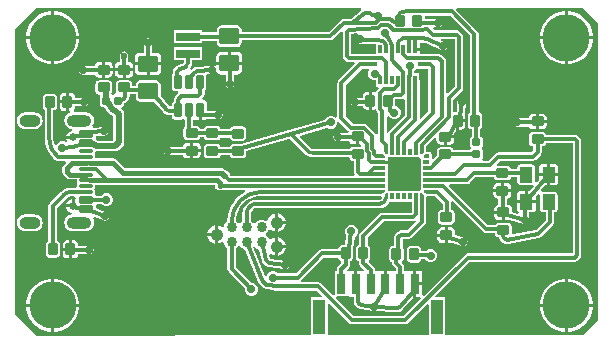
<source format=gbr>
%TF.GenerationSoftware,Altium Limited,Altium Designer,25.7.1 (20)*%
G04 Layer_Physical_Order=1*
G04 Layer_Color=255*
%FSLAX45Y45*%
%MOMM*%
%TF.SameCoordinates,8071C31C-8A66-4455-A033-DC46DB2AE162*%
%TF.FilePolarity,Positive*%
%TF.FileFunction,Copper,L1,Top,Signal*%
%TF.Part,Single*%
G01*
G75*
%TA.AperFunction,Conductor*%
%ADD10C,0.30000*%
%TA.AperFunction,BGAPad,CuDef*%
%ADD11C,0.86300*%
%TA.AperFunction,TestPad*%
G04:AMPARAMS|DCode=12|XSize=0.3mm|YSize=1.15mm|CornerRadius=0.0375mm|HoleSize=0mm|Usage=FLASHONLY|Rotation=270.000|XOffset=0mm|YOffset=0mm|HoleType=Round|Shape=RoundedRectangle|*
%AMROUNDEDRECTD12*
21,1,0.30000,1.07500,0,0,270.0*
21,1,0.22500,1.15000,0,0,270.0*
1,1,0.07500,-0.53750,-0.11250*
1,1,0.07500,-0.53750,0.11250*
1,1,0.07500,0.53750,0.11250*
1,1,0.07500,0.53750,-0.11250*
%
%ADD12ROUNDEDRECTD12*%
G04:AMPARAMS|DCode=13|XSize=0.6mm|YSize=1.15mm|CornerRadius=0.075mm|HoleSize=0mm|Usage=FLASHONLY|Rotation=270.000|XOffset=0mm|YOffset=0mm|HoleType=Round|Shape=RoundedRectangle|*
%AMROUNDEDRECTD13*
21,1,0.60000,1.00000,0,0,270.0*
21,1,0.45000,1.15000,0,0,270.0*
1,1,0.15000,-0.50000,-0.22500*
1,1,0.15000,-0.50000,0.22500*
1,1,0.15000,0.50000,0.22500*
1,1,0.15000,0.50000,-0.22500*
%
%ADD13ROUNDEDRECTD13*%
%TA.AperFunction,ConnectorPad*%
G04:AMPARAMS|DCode=14|XSize=0.8mm|YSize=1mm|CornerRadius=0.1mm|HoleSize=0mm|Usage=FLASHONLY|Rotation=180.000|XOffset=0mm|YOffset=0mm|HoleType=Round|Shape=RoundedRectangle|*
%AMROUNDEDRECTD14*
21,1,0.80000,0.80000,0,0,180.0*
21,1,0.60000,1.00000,0,0,180.0*
1,1,0.20000,-0.30000,0.40000*
1,1,0.20000,0.30000,0.40000*
1,1,0.20000,0.30000,-0.40000*
1,1,0.20000,-0.30000,-0.40000*
%
%ADD14ROUNDEDRECTD14*%
%TA.AperFunction,SMDPad,CuDef*%
G04:AMPARAMS|DCode=15|XSize=0.6mm|YSize=0.7mm|CornerRadius=0.075mm|HoleSize=0mm|Usage=FLASHONLY|Rotation=0.000|XOffset=0mm|YOffset=0mm|HoleType=Round|Shape=RoundedRectangle|*
%AMROUNDEDRECTD15*
21,1,0.60000,0.55000,0,0,0.0*
21,1,0.45000,0.70000,0,0,0.0*
1,1,0.15000,0.22500,-0.27500*
1,1,0.15000,-0.22500,-0.27500*
1,1,0.15000,-0.22500,0.27500*
1,1,0.15000,0.22500,0.27500*
%
%ADD15ROUNDEDRECTD15*%
G04:AMPARAMS|DCode=16|XSize=0.8mm|YSize=1mm|CornerRadius=0.1mm|HoleSize=0mm|Usage=FLASHONLY|Rotation=270.000|XOffset=0mm|YOffset=0mm|HoleType=Round|Shape=RoundedRectangle|*
%AMROUNDEDRECTD16*
21,1,0.80000,0.80000,0,0,270.0*
21,1,0.60000,1.00000,0,0,270.0*
1,1,0.20000,-0.40000,-0.30000*
1,1,0.20000,-0.40000,0.30000*
1,1,0.20000,0.40000,0.30000*
1,1,0.20000,0.40000,-0.30000*
%
%ADD16ROUNDEDRECTD16*%
G04:AMPARAMS|DCode=17|XSize=0.6mm|YSize=1.2mm|CornerRadius=0.075mm|HoleSize=0mm|Usage=FLASHONLY|Rotation=180.000|XOffset=0mm|YOffset=0mm|HoleType=Round|Shape=RoundedRectangle|*
%AMROUNDEDRECTD17*
21,1,0.60000,1.05000,0,0,180.0*
21,1,0.45000,1.20000,0,0,180.0*
1,1,0.15000,-0.22500,0.52500*
1,1,0.15000,0.22500,0.52500*
1,1,0.15000,0.22500,-0.52500*
1,1,0.15000,-0.22500,-0.52500*
%
%ADD17ROUNDEDRECTD17*%
G04:AMPARAMS|DCode=18|XSize=1.4mm|YSize=1.7mm|CornerRadius=0.175mm|HoleSize=0mm|Usage=FLASHONLY|Rotation=270.000|XOffset=0mm|YOffset=0mm|HoleType=Round|Shape=RoundedRectangle|*
%AMROUNDEDRECTD18*
21,1,1.40000,1.35000,0,0,270.0*
21,1,1.05000,1.70000,0,0,270.0*
1,1,0.35000,-0.67500,-0.52500*
1,1,0.35000,-0.67500,0.52500*
1,1,0.35000,0.67500,0.52500*
1,1,0.35000,0.67500,-0.52500*
%
%ADD18ROUNDEDRECTD18*%
G04:AMPARAMS|DCode=19|XSize=0.8mm|YSize=1mm|CornerRadius=0.1mm|HoleSize=0mm|Usage=FLASHONLY|Rotation=0.000|XOffset=0mm|YOffset=0mm|HoleType=Round|Shape=RoundedRectangle|*
%AMROUNDEDRECTD19*
21,1,0.80000,0.80000,0,0,0.0*
21,1,0.60000,1.00000,0,0,0.0*
1,1,0.20000,0.30000,-0.40000*
1,1,0.20000,-0.30000,-0.40000*
1,1,0.20000,-0.30000,0.40000*
1,1,0.20000,0.30000,0.40000*
%
%ADD19ROUNDEDRECTD19*%
%TA.AperFunction,ConnectorPad*%
%ADD20R,0.65000X1.70000*%
%ADD21R,1.00000X2.90000*%
%TA.AperFunction,SMDPad,CuDef*%
G04:AMPARAMS|DCode=22|XSize=0.6mm|YSize=0.7mm|CornerRadius=0.075mm|HoleSize=0mm|Usage=FLASHONLY|Rotation=270.000|XOffset=0mm|YOffset=0mm|HoleType=Round|Shape=RoundedRectangle|*
%AMROUNDEDRECTD22*
21,1,0.60000,0.55000,0,0,270.0*
21,1,0.45000,0.70000,0,0,270.0*
1,1,0.15000,-0.27500,-0.22500*
1,1,0.15000,-0.27500,0.22500*
1,1,0.15000,0.27500,0.22500*
1,1,0.15000,0.27500,-0.22500*
%
%ADD22ROUNDEDRECTD22*%
G04:AMPARAMS|DCode=23|XSize=1.3mm|YSize=1.1mm|CornerRadius=0.055mm|HoleSize=0mm|Usage=FLASHONLY|Rotation=90.000|XOffset=0mm|YOffset=0mm|HoleType=Round|Shape=RoundedRectangle|*
%AMROUNDEDRECTD23*
21,1,1.30000,0.99000,0,0,90.0*
21,1,1.19000,1.10000,0,0,90.0*
1,1,0.11000,0.49500,0.59500*
1,1,0.11000,0.49500,-0.59500*
1,1,0.11000,-0.49500,-0.59500*
1,1,0.11000,-0.49500,0.59500*
%
%ADD23ROUNDEDRECTD23*%
%ADD24R,0.30000X0.75000*%
%ADD25R,0.75000X0.30000*%
%ADD26R,2.00000X0.70000*%
%ADD27R,0.25000X0.30000*%
%ADD28R,0.30000X0.25000*%
%ADD29R,0.55000X0.30000*%
%ADD30R,0.30000X0.55000*%
%TA.AperFunction,Conductor*%
%ADD31C,0.38100*%
%ADD32C,0.50000*%
%TA.AperFunction,ComponentPad*%
%ADD33C,1.06700*%
%TA.AperFunction,TestPad*%
%ADD34O,2.10000X1.00000*%
%ADD35C,0.65000*%
%ADD36O,1.80000X1.00000*%
%TA.AperFunction,ViaPad*%
%ADD37C,4.00000*%
%ADD38C,0.70000*%
%ADD39C,0.60000*%
G36*
X439344Y1380806D02*
X440555Y1372500D01*
X346716Y1295686D01*
X288900D01*
X275243Y1292969D01*
X263666Y1285234D01*
X160918Y1182486D01*
X-574266D01*
Y1199300D01*
X-577176Y1213932D01*
X-585464Y1226336D01*
X-597869Y1234624D01*
X-612500Y1237534D01*
X-747500D01*
X-762131Y1234624D01*
X-774536Y1226336D01*
X-782824Y1213932D01*
X-785734Y1199300D01*
Y1178186D01*
X-910000D01*
Y1197500D01*
X-1150000D01*
Y1087500D01*
X-910000D01*
Y1106814D01*
X-785734D01*
Y1094300D01*
X-782824Y1079669D01*
X-774536Y1067264D01*
X-762131Y1058976D01*
X-747500Y1056066D01*
X-612500D01*
X-597869Y1058976D01*
X-585464Y1067264D01*
X-577176Y1079669D01*
X-574266Y1094300D01*
Y1111114D01*
X175700D01*
X189356Y1113831D01*
X200933Y1121566D01*
X264840Y1185473D01*
X279314Y1178734D01*
Y977537D01*
X282031Y963881D01*
X289766Y952303D01*
X307340Y934730D01*
X318917Y926994D01*
X332574Y924278D01*
X376712D01*
X382452Y910420D01*
X244766Y772734D01*
X237031Y761156D01*
X234314Y747500D01*
Y462180D01*
X219314Y455967D01*
X211155Y464127D01*
X190940Y472500D01*
X169060D01*
X148845Y464127D01*
X133373Y448655D01*
X129788Y440000D01*
X-171132Y352023D01*
X-577946Y233087D01*
X-647500D01*
X-659205Y230759D01*
X-669129Y224129D01*
X-675759Y214205D01*
X-676708Y209435D01*
X-752795D01*
X-754241Y216705D01*
X-760871Y226629D01*
X-770794Y233259D01*
X-782500Y235588D01*
X-862500D01*
X-874205Y233259D01*
X-884129Y226629D01*
X-890759Y216705D01*
X-893087Y205000D01*
Y145000D01*
X-890759Y133295D01*
X-884129Y123371D01*
X-874205Y116741D01*
X-862500Y114412D01*
X-782500D01*
X-770794Y116741D01*
X-760871Y123371D01*
X-754241Y133295D01*
X-753292Y138064D01*
X-677205D01*
X-675759Y130795D01*
X-669129Y120871D01*
X-659205Y114241D01*
X-647500Y111912D01*
X-567500D01*
X-555795Y114241D01*
X-545871Y120871D01*
X-539241Y130795D01*
X-536912Y142500D01*
Y170725D01*
X-171004Y277702D01*
X-26951Y138514D01*
X-26915Y138479D01*
X-24133Y136681D01*
X-14090Y128975D01*
X1722Y122425D01*
X18691Y120191D01*
X23363Y120806D01*
X37827Y122099D01*
X39821Y122924D01*
X53732Y123200D01*
X336912D01*
Y120000D01*
X339241Y108295D01*
X345871Y98371D01*
X355795Y91741D01*
X367500Y89412D01*
X376814D01*
Y-2426D01*
X379531Y-16083D01*
X381690Y-19314D01*
X373672Y-34314D01*
X-668352D01*
X-675860Y-26806D01*
X-677668Y-17716D01*
X-686299Y-4800D01*
X-699216Y3831D01*
X-703366Y4657D01*
X-715363Y16653D01*
X-728279Y25284D01*
X-743516Y28315D01*
X-1559508D01*
X-1633396Y102203D01*
X-1646313Y110834D01*
X-1661550Y113865D01*
X-1816285D01*
Y136250D01*
X-1818128Y145517D01*
X-1821123Y150000D01*
X-1818128Y154483D01*
X-1817462Y157833D01*
X-1809879Y171618D01*
X-1644290D01*
X-1626731Y175111D01*
X-1611846Y185057D01*
X-1582557Y214346D01*
X-1572611Y229231D01*
X-1569119Y246789D01*
Y487500D01*
X-1572611Y505058D01*
X-1582557Y519943D01*
X-1593145Y530531D01*
X-1589350Y546266D01*
X-1588507Y547106D01*
X-1580174Y552674D01*
X-1574096Y561770D01*
X-1571961Y572500D01*
Y576997D01*
X-1556930Y583223D01*
X-1543351Y593642D01*
X-1532933Y607220D01*
X-1526383Y623032D01*
X-1524394Y638143D01*
X-1524024Y640001D01*
Y653101D01*
X-1518295Y654241D01*
X-1513744Y657281D01*
X-1473234D01*
Y630700D01*
X-1470324Y616069D01*
X-1462036Y603664D01*
X-1449631Y595376D01*
X-1435000Y592466D01*
X-1315121D01*
X-1245014Y504775D01*
X-1244956Y504702D01*
X-1242552Y502672D01*
X-1240066Y499431D01*
X-1226487Y489012D01*
X-1210675Y482462D01*
X-1195564Y480473D01*
X-1193707Y480103D01*
X-1165539D01*
Y467500D01*
X-1163404Y456770D01*
X-1157326Y447674D01*
X-1148230Y441596D01*
X-1137500Y439461D01*
X-1092500D01*
X-1081770Y441596D01*
X-1077993Y444120D01*
X-1069525Y446041D01*
X-1055686Y437883D01*
Y410000D01*
X-1055686Y409999D01*
Y381430D01*
X-1059129Y379129D01*
X-1065759Y369206D01*
X-1068088Y357500D01*
Y297500D01*
X-1065759Y285795D01*
X-1059129Y275871D01*
X-1049205Y269241D01*
X-1037500Y266913D01*
X-957500D01*
X-945795Y269241D01*
X-935871Y275871D01*
X-929241Y285795D01*
X-928292Y290564D01*
X-892205D01*
X-890759Y283295D01*
X-884129Y273371D01*
X-874205Y266741D01*
X-862500Y264412D01*
X-782500D01*
X-770794Y266741D01*
X-760871Y273371D01*
X-754241Y283295D01*
X-753292Y288064D01*
X-677205D01*
X-675759Y280794D01*
X-669129Y270871D01*
X-659205Y264241D01*
X-647500Y261912D01*
X-567500D01*
X-555795Y264241D01*
X-545871Y270871D01*
X-539241Y280794D01*
X-536912Y292500D01*
Y352500D01*
X-539241Y364205D01*
X-545871Y374129D01*
X-555795Y380759D01*
X-567500Y383087D01*
X-647500D01*
X-659205Y380759D01*
X-669129Y374129D01*
X-675759Y364205D01*
X-676708Y359435D01*
X-752795D01*
X-754241Y366705D01*
X-760871Y376629D01*
X-770794Y383259D01*
X-782500Y385587D01*
X-862500D01*
X-874205Y383259D01*
X-884129Y376629D01*
X-890759Y366705D01*
X-891708Y361936D01*
X-927795D01*
X-929241Y369206D01*
X-935871Y379129D01*
X-945795Y385759D01*
X-957500Y388088D01*
X-984314D01*
Y410000D01*
X-984315Y410001D01*
Y436379D01*
X-977316Y440334D01*
X-969315Y442507D01*
X-960337Y436509D01*
X-947500Y433955D01*
X-937701D01*
Y520000D01*
X-912301D01*
Y433955D01*
X-902500D01*
X-889663Y436509D01*
X-878781Y443780D01*
X-878424Y444314D01*
X-772500D01*
X-758844Y447031D01*
X-747266Y454766D01*
X-739531Y466344D01*
X-736814Y480000D01*
X-739531Y493656D01*
X-747266Y505234D01*
X-758844Y512969D01*
X-772500Y515686D01*
X-868956D01*
Y572500D01*
X-871509Y585337D01*
X-878781Y596220D01*
X-889663Y603491D01*
X-902500Y606045D01*
X-908562Y621044D01*
X-899767Y629840D01*
X-892031Y641418D01*
X-889314Y655074D01*
Y683237D01*
X-882674Y687674D01*
X-876596Y696770D01*
X-874462Y707500D01*
Y812500D01*
X-867020Y822575D01*
X-823860Y827000D01*
X-810552Y831096D01*
X-799824Y839971D01*
X-782433Y840763D01*
X-778429Y834771D01*
X-764239Y825289D01*
X-747500Y821960D01*
X-710686D01*
Y742500D01*
X-707969Y728844D01*
X-700234Y717266D01*
X-688656Y709531D01*
X-675000Y706814D01*
X-661344Y709531D01*
X-649766Y717266D01*
X-642031Y728844D01*
X-639314Y742500D01*
Y821960D01*
X-612500D01*
X-595761Y825289D01*
X-581571Y834771D01*
X-572089Y848961D01*
X-568760Y865700D01*
Y905500D01*
X-680000D01*
X-791240D01*
Y897110D01*
X-799897Y892738D01*
X-806240Y890847D01*
X-817278Y896690D01*
X-831140Y897999D01*
X-954964Y885304D01*
X-958719Y884149D01*
X-966426Y883134D01*
X-984063Y875829D01*
X-999207Y864208D01*
X-1008783Y872071D01*
X-1010418Y873905D01*
X-1003223Y883282D01*
X-996673Y899094D01*
X-994684Y914205D01*
X-994314Y916063D01*
Y942500D01*
X-910000D01*
Y1052500D01*
X-1150000D01*
Y942500D01*
X-1065686D01*
Y920054D01*
X-1112309Y903218D01*
X-1115833Y901092D01*
X-1122780Y898214D01*
X-1136358Y887796D01*
X-1146777Y874217D01*
X-1153327Y858405D01*
X-1155316Y843294D01*
X-1155686Y841437D01*
Y833423D01*
X-1157326Y832326D01*
X-1163404Y823230D01*
X-1165539Y812500D01*
Y707500D01*
X-1163404Y696770D01*
X-1157326Y687674D01*
X-1148230Y681596D01*
X-1137500Y679461D01*
X-1114698D01*
X-1110148Y664461D01*
X-1112733Y662734D01*
X-1140234Y635233D01*
X-1147969Y623656D01*
X-1150686Y610000D01*
Y596763D01*
X-1157326Y592326D01*
X-1163404Y583230D01*
X-1165539Y572500D01*
Y551475D01*
X-1190972D01*
X-1261766Y640024D01*
Y735700D01*
X-1264676Y750331D01*
X-1272964Y762736D01*
X-1285369Y771024D01*
X-1300000Y773934D01*
X-1435000D01*
X-1449631Y771024D01*
X-1462036Y762736D01*
X-1470324Y750331D01*
X-1473234Y735700D01*
Y728652D01*
X-1499412D01*
Y742500D01*
X-1501741Y754205D01*
X-1508371Y764129D01*
X-1518295Y770759D01*
X-1530000Y773088D01*
X-1610000D01*
X-1621705Y770759D01*
X-1631629Y764129D01*
X-1638259Y754205D01*
X-1640588Y742500D01*
Y682500D01*
X-1638259Y670795D01*
X-1638088Y670539D01*
X-1645000Y655539D01*
X-1655730Y653404D01*
X-1661918Y649270D01*
X-1677662Y653061D01*
X-1679991Y662188D01*
X-1674241Y670795D01*
X-1671912Y682500D01*
Y742500D01*
X-1674241Y754205D01*
X-1680871Y764129D01*
X-1690795Y770759D01*
X-1702500Y773088D01*
X-1782500D01*
X-1794205Y770759D01*
X-1804129Y764129D01*
X-1810759Y754205D01*
X-1813088Y742500D01*
Y682500D01*
X-1810759Y670795D01*
X-1804129Y660871D01*
X-1794205Y654241D01*
X-1782500Y651912D01*
X-1773382D01*
Y610000D01*
X-1773060Y608384D01*
X-1773266Y606748D01*
X-1773039Y605917D01*
Y572500D01*
X-1770904Y561770D01*
X-1764826Y552674D01*
X-1755730Y546596D01*
X-1745000Y544461D01*
X-1736848D01*
X-1736685Y544299D01*
X-1734889Y535267D01*
X-1724943Y520382D01*
X-1697118Y492557D01*
X-1682233Y482611D01*
X-1673201Y480814D01*
X-1660882Y468495D01*
Y265794D01*
X-1663294Y263381D01*
X-1791340D01*
X-1804820Y272389D01*
X-1811199Y286598D01*
X-1805128Y301411D01*
X-1740869Y304352D01*
X-1727351Y307690D01*
X-1716139Y315947D01*
X-1708941Y327865D01*
X-1706852Y341632D01*
X-1710190Y355149D01*
X-1718446Y366361D01*
X-1730365Y373559D01*
X-1744132Y375648D01*
X-1828840Y371771D01*
X-1831413Y373491D01*
X-1834096Y374025D01*
X-1840318Y390556D01*
X-1835605Y396698D01*
X-1828552Y413726D01*
X-1826146Y432000D01*
X-1828552Y450273D01*
X-1835605Y467302D01*
X-1846825Y481924D01*
X-1861448Y493144D01*
X-1878476Y500198D01*
X-1896750Y502604D01*
X-1994663D01*
X-1996499Y505118D01*
X-1994478Y524479D01*
X-1986654Y536188D01*
X-1983907Y550000D01*
Y554314D01*
X-1907500D01*
X-1893844Y557031D01*
X-1882266Y564766D01*
X-1874531Y576344D01*
X-1871814Y590000D01*
X-1874531Y603656D01*
X-1882266Y615234D01*
X-1893844Y622969D01*
X-1907500Y625686D01*
X-1983907D01*
Y630000D01*
X-1986654Y643812D01*
X-1994478Y655522D01*
X-2006188Y663346D01*
X-2020000Y666093D01*
X-2037300D01*
Y590001D01*
Y513907D01*
X-2031124D01*
X-2028140Y498907D01*
X-2042052Y493144D01*
X-2056675Y481924D01*
X-2067895Y467302D01*
X-2074948Y450273D01*
X-2077354Y432000D01*
X-2074948Y413726D01*
X-2067895Y396698D01*
X-2056675Y382075D01*
X-2042052Y370855D01*
X-2025024Y363802D01*
X-2010578Y361900D01*
X-2011561Y346900D01*
X-2013267D01*
X-2034548Y338085D01*
X-2050835Y321797D01*
X-2059160Y301699D01*
X-2001750D01*
Y276299D01*
X-2059160D01*
X-2052621Y260513D01*
X-2054607Y257921D01*
X-2064719Y250524D01*
X-2081560Y257500D01*
X-2103440D01*
X-2123655Y249127D01*
X-2139127Y233655D01*
X-2143575Y222915D01*
X-2159487Y223697D01*
X-2165717Y244233D01*
X-2168687Y274395D01*
X-2168574Y274959D01*
X-2168574Y275082D01*
X-2168581Y275119D01*
X-2168574Y275155D01*
Y519696D01*
X-2158295Y521741D01*
X-2148371Y528371D01*
X-2141741Y538295D01*
X-2139413Y550000D01*
Y630000D01*
X-2141741Y641705D01*
X-2148371Y651629D01*
X-2158295Y658259D01*
X-2170000Y660588D01*
X-2230000D01*
X-2241705Y658259D01*
X-2251629Y651629D01*
X-2258259Y641705D01*
X-2260588Y630000D01*
Y550000D01*
X-2258259Y538295D01*
X-2251629Y528371D01*
X-2241705Y521741D01*
X-2239945Y521391D01*
Y275229D01*
X-2239945Y275106D01*
X-2240365Y275032D01*
X-2235955Y230261D01*
X-2222896Y187210D01*
X-2201688Y147534D01*
X-2173148Y112757D01*
X-2159105Y101232D01*
X-2158124Y99765D01*
X-2151021Y95019D01*
X-2146547Y92030D01*
X-2132891Y89313D01*
X-2121720Y89314D01*
X-2071591Y89314D01*
X-2065851Y75456D01*
X-2082372Y58935D01*
X-2091003Y46018D01*
X-2094033Y30781D01*
Y-782D01*
X-2091003Y-16018D01*
X-2082372Y-28935D01*
X-2058153Y-53154D01*
X-2045236Y-61784D01*
X-2030000Y-64815D01*
X-1972215D01*
Y-86250D01*
X-1970372Y-95517D01*
X-1967377Y-100000D01*
X-1970372Y-104483D01*
X-1972215Y-113750D01*
Y-122640D01*
X-1986767Y-137333D01*
X-2003550Y-136976D01*
X-2018524Y-136592D01*
X-2021190Y-136241D01*
X-2032928Y-137787D01*
X-2053627Y-140512D01*
X-2083855Y-153033D01*
X-2097163Y-163245D01*
X-2108170Y-171690D01*
X-2118582Y-182283D01*
X-2200234Y-263935D01*
X-2207969Y-275513D01*
X-2210686Y-289169D01*
Y-588044D01*
X-2216705Y-589241D01*
X-2226629Y-595871D01*
X-2233259Y-605795D01*
X-2235588Y-617500D01*
Y-697500D01*
X-2233259Y-709205D01*
X-2226629Y-719129D01*
X-2216705Y-725759D01*
X-2205000Y-728088D01*
X-2145000D01*
X-2133295Y-725759D01*
X-2123371Y-719129D01*
X-2116741Y-709205D01*
X-2114413Y-697500D01*
Y-617500D01*
X-2116741Y-605795D01*
X-2123371Y-595871D01*
X-2133295Y-589241D01*
X-2139314Y-588044D01*
Y-303951D01*
X-2058027Y-222664D01*
X-2057779Y-222291D01*
X-2041865Y-211658D01*
X-2021698Y-207647D01*
X-2020047Y-208012D01*
X-1990993Y-208631D01*
X-1979563Y-221949D01*
X-1989050Y-230086D01*
Y-289000D01*
X-2001750D01*
Y-301700D01*
X-2059160D01*
X-2050835Y-321798D01*
X-2034548Y-338085D01*
X-2013267Y-346900D01*
X-2011561D01*
X-2010578Y-361900D01*
X-2025024Y-363802D01*
X-2042052Y-370855D01*
X-2056675Y-382076D01*
X-2067895Y-396698D01*
X-2074948Y-413727D01*
X-2077354Y-432000D01*
X-2074948Y-450274D01*
X-2067895Y-467302D01*
X-2056675Y-481925D01*
X-2042052Y-493145D01*
X-2025024Y-500198D01*
X-2006750Y-502604D01*
X-1896750D01*
X-1878476Y-500198D01*
X-1861448Y-493145D01*
X-1846825Y-481925D01*
X-1835605Y-467302D01*
X-1828552Y-450274D01*
X-1826146Y-432000D01*
X-1828552Y-413727D01*
X-1835605Y-396698D01*
X-1837419Y-394334D01*
X-1828156Y-381766D01*
X-1742372Y-413473D01*
X-1728621Y-415659D01*
X-1715079Y-412417D01*
X-1703810Y-404239D01*
X-1696527Y-392372D01*
X-1694341Y-378621D01*
X-1697583Y-365080D01*
X-1705761Y-353810D01*
X-1717628Y-346527D01*
X-1810705Y-312125D01*
Y-297501D01*
X-1812061Y-290686D01*
X-1802590Y-275686D01*
X-1762096Y-275686D01*
X-1751155Y-286627D01*
X-1730940Y-295000D01*
X-1709060D01*
X-1688845Y-286627D01*
X-1673374Y-271155D01*
X-1665000Y-250940D01*
Y-229060D01*
X-1673374Y-208845D01*
X-1688845Y-193374D01*
X-1709060Y-185000D01*
X-1730940D01*
X-1751155Y-193374D01*
X-1762096Y-204314D01*
X-1805966Y-204315D01*
X-1808513Y-202472D01*
X-1816894Y-189314D01*
X-1816285Y-186250D01*
Y-163750D01*
X-1818128Y-154483D01*
X-1821123Y-150000D01*
X-1818128Y-145517D01*
X-1816285Y-136250D01*
Y-114815D01*
X-802315D01*
Y-120000D01*
X-799284Y-135236D01*
X-790653Y-148153D01*
X-777736Y-156784D01*
X-762500Y-159815D01*
X-747263Y-156784D01*
X-745619Y-155686D01*
X-549970D01*
X-545740Y-170686D01*
X-576395Y-189471D01*
X-610986Y-219015D01*
X-640529Y-253605D01*
X-664297Y-292391D01*
X-681705Y-334418D01*
X-692324Y-378651D01*
X-695284Y-416262D01*
X-695772Y-416464D01*
X-713536Y-434228D01*
X-723150Y-457439D01*
Y-464767D01*
X-738150Y-470981D01*
X-738646Y-470484D01*
X-756604Y-460117D01*
X-774300Y-455375D01*
Y-533500D01*
Y-611625D01*
X-756604Y-606883D01*
X-738646Y-596515D01*
X-738150Y-596019D01*
X-723150Y-602232D01*
Y-609561D01*
X-713536Y-632771D01*
X-695772Y-650536D01*
X-695686Y-650571D01*
Y-822500D01*
X-692969Y-836156D01*
X-685234Y-847734D01*
X-547180Y-985787D01*
X-547500Y-986560D01*
Y-1008440D01*
X-539126Y-1028655D01*
X-523655Y-1044126D01*
X-503440Y-1052500D01*
X-481560D01*
X-461345Y-1044126D01*
X-445873Y-1028655D01*
X-437500Y-1008440D01*
Y-986560D01*
X-445873Y-966345D01*
X-461345Y-950873D01*
X-481560Y-942500D01*
X-489533D01*
X-624314Y-807718D01*
Y-650571D01*
X-624228Y-650536D01*
X-606464Y-632771D01*
X-604618Y-628315D01*
X-588382D01*
X-586536Y-632771D01*
X-568772Y-650536D01*
X-546168Y-659899D01*
X-435609Y-934810D01*
X-435506Y-934967D01*
X-435469Y-935151D01*
X-431707Y-940783D01*
X-427993Y-946466D01*
X-427838Y-946572D01*
X-427734Y-946729D01*
X-392593Y-981870D01*
X-381016Y-989605D01*
X-378460Y-990113D01*
X-368582Y-994205D01*
X-359377Y-996415D01*
X-354575Y-997833D01*
X-284007Y-1007833D01*
X-281481Y-1007692D01*
X-279000Y-1008186D01*
X60219D01*
X103175Y-1051142D01*
X97435Y-1065000D01*
X12500D01*
Y-1387485D01*
X-2309053Y-1390059D01*
X-2497512Y-1204047D01*
X-2494987Y1207513D01*
X-2315000Y1387500D01*
X435699D01*
X439344Y1380806D01*
D02*
G37*
G36*
X1229314Y721581D02*
X1170686Y662953D01*
X1155686Y669166D01*
Y935000D01*
X1152969Y948656D01*
X1145234Y960234D01*
X1116447Y989020D01*
X1104870Y996756D01*
X1091213Y999472D01*
X935400D01*
Y1024800D01*
X895000D01*
Y1050200D01*
X935400D01*
Y1091814D01*
X963038D01*
X975844Y1088901D01*
X983390Y1086508D01*
X1115943Y1029700D01*
X1129565Y1026817D01*
X1143253Y1029367D01*
X1154924Y1036961D01*
X1162800Y1048443D01*
X1165683Y1062065D01*
X1163133Y1075753D01*
X1155539Y1087424D01*
X1144057Y1095301D01*
X1109942Y1109921D01*
X1112958Y1124614D01*
X1229314D01*
Y721581D01*
D02*
G37*
G36*
X409655Y1155171D02*
X402266Y1150234D01*
X394531Y1138656D01*
X391814Y1125000D01*
X394531Y1111344D01*
X402266Y1099766D01*
X414767Y1087266D01*
X426344Y1079531D01*
X440000Y1076814D01*
X560000D01*
Y995649D01*
X350686D01*
Y1167016D01*
X404742Y1169928D01*
X409655Y1155171D01*
D02*
G37*
G36*
X505111Y856814D02*
X497500Y838440D01*
Y816560D01*
X505874Y796345D01*
X521345Y780873D01*
X541560Y772500D01*
X560000D01*
Y720000D01*
X583121D01*
X588861Y706142D01*
X569766Y687047D01*
X562031Y675470D01*
X561859Y674608D01*
X558812Y673346D01*
X545000Y676093D01*
X527700D01*
Y600000D01*
Y523907D01*
X545000D01*
X558812Y526654D01*
X560865Y525804D01*
X562031Y519943D01*
X569766Y508365D01*
X579964Y498168D01*
Y321799D01*
X566077Y315789D01*
X564964Y315982D01*
X557734Y326802D01*
X489302Y395234D01*
X477725Y402969D01*
X464069Y405686D01*
X367281D01*
X305686Y467282D01*
Y732718D01*
X444782Y871814D01*
X499434D01*
X505111Y856814D01*
D02*
G37*
G36*
X950000Y871814D02*
X1002718D01*
X1006814Y867718D01*
Y509782D01*
X945686Y448653D01*
X930686Y454867D01*
Y777500D01*
X930000Y780948D01*
Y835000D01*
X883186D01*
Y850404D01*
X894126Y861345D01*
X898747Y872500D01*
X946553D01*
X950000Y871814D01*
D02*
G37*
G36*
X809314Y608672D02*
Y479781D01*
X674766Y345234D01*
X667031Y333656D01*
X666335Y330159D01*
X651335Y331637D01*
Y457498D01*
X666335Y469764D01*
X670874Y468845D01*
X686345Y453373D01*
X706560Y445000D01*
X728440D01*
X748655Y453373D01*
X764126Y468845D01*
X772500Y489060D01*
Y510940D01*
X764126Y531155D01*
X748655Y546627D01*
X728440Y555000D01*
X725344Y558773D01*
X725588Y560000D01*
Y610120D01*
X727282Y611814D01*
X777426D01*
X791082Y614531D01*
X794314Y616690D01*
X809314Y608672D01*
D02*
G37*
G36*
X327266Y344766D02*
X329632Y343186D01*
X325082Y328186D01*
X237500D01*
X223844Y325469D01*
X212266Y317734D01*
X204531Y306156D01*
X201814Y292500D01*
X204531Y278844D01*
X212266Y267266D01*
X223844Y259531D01*
X237500Y256814D01*
X334030D01*
X334154Y256188D01*
X341978Y244478D01*
X353688Y236654D01*
X367500Y233907D01*
X394799D01*
Y300000D01*
X420199D01*
Y233907D01*
X430166D01*
X437475Y224658D01*
X431271Y210588D01*
X367500D01*
X355795Y208259D01*
X345871Y201629D01*
X341156Y194571D01*
X37827D01*
X35970Y194202D01*
X20859Y192212D01*
X20389Y192018D01*
X-81413Y290381D01*
X-77820Y304945D01*
X148583Y371136D01*
X148845Y370874D01*
X169060Y362500D01*
X190940D01*
X211155Y370874D01*
X226626Y386345D01*
X235000Y406560D01*
Y415820D01*
X250000Y422033D01*
X327266Y344766D01*
D02*
G37*
G36*
X1359314Y1153567D02*
Y499770D01*
X1350871Y494129D01*
X1344241Y484205D01*
X1341912Y472500D01*
Y392500D01*
X1344241Y380795D01*
X1350871Y370871D01*
X1360795Y364241D01*
X1371814Y362049D01*
Y294263D01*
X1365174Y289826D01*
X1359096Y280730D01*
X1356961Y270000D01*
Y225000D01*
X1359096Y214270D01*
X1365174Y205174D01*
Y194752D01*
X1353442Y181936D01*
X1219208D01*
X1218259Y186705D01*
X1211629Y196629D01*
X1201705Y203259D01*
X1190000Y205588D01*
X1110000D01*
X1098295Y203259D01*
X1088371Y196629D01*
X1081741Y186705D01*
X1079412Y175000D01*
Y134880D01*
X1048858Y104325D01*
X1035000Y110065D01*
Y113028D01*
X1035392Y115000D01*
Y145000D01*
X1033840Y152804D01*
X1030000Y158550D01*
Y162500D01*
X1024808D01*
X1022804Y163840D01*
X1015000Y165392D01*
X996627D01*
X985686Y175000D01*
X985686Y175001D01*
Y214079D01*
X1060049Y288442D01*
X1073907Y282702D01*
Y265000D01*
X1076654Y251188D01*
X1084478Y239478D01*
X1096188Y231654D01*
X1110000Y228907D01*
X1137300D01*
Y294999D01*
X1150000D01*
Y307699D01*
X1226093D01*
Y320718D01*
X1239800Y345713D01*
Y432500D01*
X1252500D01*
Y445200D01*
X1318594D01*
Y472500D01*
X1315846Y486312D01*
X1314950Y487653D01*
X1323067Y587097D01*
X1321471Y600929D01*
X1314703Y613097D01*
X1303793Y621749D01*
X1290404Y625567D01*
X1276571Y623971D01*
X1264403Y617203D01*
X1255751Y606293D01*
X1251933Y592903D01*
X1245050Y508593D01*
X1222500D01*
X1218186Y512134D01*
Y609518D01*
X1290234Y681566D01*
X1297969Y693143D01*
X1300686Y706800D01*
Y1142726D01*
X1297969Y1156383D01*
X1290234Y1167960D01*
X1272660Y1185534D01*
X1261083Y1193269D01*
X1247426Y1195986D01*
X1061482D01*
X1048211Y1209256D01*
X1053951Y1223114D01*
X1087500D01*
X1101156Y1225831D01*
X1112734Y1233566D01*
X1120469Y1245144D01*
X1123186Y1258800D01*
X1120469Y1272456D01*
X1112734Y1284034D01*
X1101156Y1291769D01*
X1087500Y1294486D01*
X978593D01*
Y1315000D01*
X984022Y1321614D01*
X1191267D01*
X1359314Y1153567D01*
D02*
G37*
G36*
X965000Y159500D02*
X950500Y145000D01*
X935000D01*
Y195000D01*
X965000D01*
Y159500D01*
D02*
G37*
G36*
X665000Y145000D02*
X649500D01*
X635000Y159500D01*
Y195000D01*
X665000D01*
Y145000D01*
D02*
G37*
G36*
X1015000Y115000D02*
X965000D01*
Y130500D01*
X979500Y145000D01*
X1015000D01*
Y115000D01*
D02*
G37*
G36*
X635000Y130500D02*
Y115000D01*
X585000D01*
Y145000D01*
X620500D01*
X635000Y130500D01*
D02*
G37*
G36*
X1759500Y-84500D02*
X1761480Y-94449D01*
X1767116Y-102884D01*
X1775550Y-108520D01*
X1785500Y-110499D01*
X1884500D01*
X1889389Y-109527D01*
X1897527Y-123131D01*
X1862950Y-163995D01*
X1847700D01*
Y-242300D01*
X1916005D01*
Y-211785D01*
X1935565Y-188669D01*
X1949521Y-195398D01*
X1949500Y-195500D01*
Y-314500D01*
X1951479Y-324449D01*
X1957115Y-332884D01*
X1965550Y-338520D01*
X1975500Y-340499D01*
X1999314D01*
Y-410219D01*
X1917474Y-492059D01*
X1723578Y-529852D01*
X1710588Y-517102D01*
Y-465000D01*
X1708259Y-453295D01*
X1701629Y-443371D01*
X1691705Y-436741D01*
X1680000Y-434412D01*
X1600000D01*
X1588295Y-436741D01*
X1578371Y-443371D01*
X1574400Y-449314D01*
X1512281D01*
X1182511Y-119544D01*
X1188251Y-105686D01*
X1332500D01*
X1346156Y-102969D01*
X1357734Y-95234D01*
X1404782Y-48186D01*
X1563543D01*
X1564741Y-54205D01*
X1571371Y-64129D01*
X1581295Y-70759D01*
X1593000Y-73088D01*
X1673000D01*
X1684705Y-70759D01*
X1694629Y-64129D01*
X1701259Y-54205D01*
X1702456Y-48186D01*
X1759500D01*
Y-84500D01*
D02*
G37*
G36*
X936394Y116394D02*
X940000Y107071D01*
Y45000D01*
Y-55000D01*
Y-147071D01*
X936394Y-156394D01*
X927071Y-160000D01*
X672929D01*
X663606Y-156394D01*
X660000Y-147071D01*
Y-55000D01*
Y39600D01*
X665400D01*
Y67300D01*
X612500D01*
Y92700D01*
X665400D01*
Y120000D01*
X927071D01*
X936394Y116394D01*
D02*
G37*
G36*
X1015000Y-185000D02*
X979500D01*
X965000Y-170500D01*
Y-155000D01*
X1015000D01*
Y-185000D01*
D02*
G37*
G36*
X635000Y-170500D02*
X620500Y-185000D01*
X585000D01*
Y-155000D01*
X635000D01*
Y-170500D01*
D02*
G37*
G36*
X965000Y-199500D02*
Y-235000D01*
X935000D01*
Y-185000D01*
X950500D01*
X965000Y-199500D01*
D02*
G37*
G36*
X665000Y-235000D02*
X635000D01*
Y-199500D01*
X649500Y-185000D01*
X665000D01*
Y-235000D01*
D02*
G37*
G36*
X-406000Y-205686D02*
X603004D01*
X605657Y-207904D01*
X609499Y-212263D01*
X613073Y-220392D01*
X612498Y-223284D01*
X607806Y-230306D01*
X600783Y-234998D01*
X592500Y-236646D01*
Y-236814D01*
X-447500D01*
Y-236460D01*
X-478957Y-240602D01*
X-508270Y-252743D01*
X-533442Y-272058D01*
X-552757Y-297230D01*
X-564898Y-326543D01*
X-569040Y-358000D01*
X-568686D01*
Y-416428D01*
X-568772Y-416464D01*
X-586536Y-434228D01*
X-588382Y-438685D01*
X-604618D01*
X-606464Y-434228D01*
X-624058Y-416634D01*
X-620580Y-381318D01*
X-608130Y-340275D01*
X-587912Y-302450D01*
X-560703Y-269297D01*
X-527550Y-242088D01*
X-489725Y-221871D01*
X-448683Y-209420D01*
X-407578Y-205372D01*
X-406000Y-205686D01*
D02*
G37*
G36*
X864314Y-340145D02*
X857645Y-346814D01*
X615000D01*
X601344Y-349531D01*
X589766Y-357266D01*
X429766Y-517267D01*
X422031Y-528844D01*
X419314Y-542500D01*
Y-620543D01*
X413295Y-621741D01*
X403371Y-628371D01*
X396741Y-638295D01*
X394412Y-650000D01*
Y-730000D01*
X396741Y-741705D01*
X403371Y-751629D01*
X413295Y-758259D01*
X419314Y-759456D01*
Y-770000D01*
X422031Y-783656D01*
X429766Y-795234D01*
X464465Y-829932D01*
X462861Y-833469D01*
X450400Y-839600D01*
X405200D01*
Y-950000D01*
X379800D01*
Y-839600D01*
X334600D01*
Y-844034D01*
X320000Y-845000D01*
X315467Y-830000D01*
X332734Y-812734D01*
X340469Y-801156D01*
X343186Y-787500D01*
Y-758959D01*
X346705Y-758259D01*
X356629Y-751629D01*
X363259Y-741705D01*
X365588Y-730000D01*
Y-658317D01*
X381454Y-552538D01*
X383655Y-551627D01*
X399126Y-536155D01*
X407500Y-515940D01*
Y-494060D01*
X399126Y-473845D01*
X383655Y-458373D01*
X363440Y-450000D01*
X341560D01*
X321345Y-458373D01*
X305873Y-473845D01*
X297500Y-494060D01*
Y-515940D01*
X305873Y-536155D01*
X310976Y-541258D01*
X299253Y-619412D01*
X275000D01*
X263295Y-621741D01*
X253371Y-628371D01*
X246741Y-638295D01*
X244412Y-650000D01*
Y-656814D01*
X105000D01*
X91344Y-659531D01*
X79766Y-667266D01*
X-114691Y-861724D01*
X-267892D01*
X-278832Y-850783D01*
X-299047Y-842410D01*
X-320927D01*
X-341142Y-850783D01*
X-356614Y-866255D01*
X-363449Y-882755D01*
X-377260Y-884475D01*
X-379041Y-884185D01*
X-476312Y-642316D01*
X-462791Y-635735D01*
X-460854Y-639091D01*
X-448091Y-651854D01*
X-432459Y-660878D01*
X-425441Y-662759D01*
X-399579Y-760021D01*
X-399548Y-760139D01*
X-398729Y-761815D01*
X-392860Y-775984D01*
X-382441Y-789563D01*
X-368863Y-799981D01*
X-353051Y-806531D01*
X-348789Y-807092D01*
X-345761Y-808173D01*
X-212709Y-827804D01*
X-198802Y-827110D01*
X-186220Y-821147D01*
X-176877Y-810822D01*
X-172196Y-797709D01*
X-172890Y-783802D01*
X-178853Y-771220D01*
X-189178Y-761877D01*
X-202291Y-757197D01*
X-331550Y-738126D01*
X-339878Y-706804D01*
X-329420Y-699550D01*
X-326543Y-698584D01*
X-309396Y-708483D01*
X-291700Y-713225D01*
Y-635100D01*
Y-556975D01*
X-309396Y-561717D01*
X-326336Y-571497D01*
X-329240Y-572162D01*
X-343915Y-567433D01*
X-351146Y-554909D01*
X-363909Y-542146D01*
X-368943Y-539239D01*
X-369573Y-531544D01*
X-368733Y-522040D01*
X-352464Y-505771D01*
X-348143Y-495339D01*
X-330449Y-491820D01*
X-327353Y-494915D01*
X-309396Y-505283D01*
X-291700Y-510025D01*
Y-431900D01*
Y-353775D01*
X-309396Y-358517D01*
X-327353Y-368884D01*
X-342016Y-383546D01*
X-352383Y-401504D01*
X-354833Y-410646D01*
X-368835Y-415937D01*
X-371752Y-415833D01*
X-393439Y-406850D01*
X-418561D01*
X-441772Y-416464D01*
X-459536Y-434228D01*
X-461382Y-438685D01*
X-477618D01*
X-479464Y-434228D01*
X-497228Y-416464D01*
X-497314Y-416428D01*
Y-358000D01*
X-497504Y-357044D01*
X-493874Y-338792D01*
X-482993Y-322507D01*
X-466708Y-311627D01*
X-448456Y-307996D01*
X-447500Y-308186D01*
X592500D01*
Y-308298D01*
X616647Y-305119D01*
X639149Y-295798D01*
X658471Y-280972D01*
X673298Y-261649D01*
X676052Y-255000D01*
X864314D01*
Y-340145D01*
D02*
G37*
G36*
X2226814Y-691814D02*
X1337500D01*
X1323844Y-694531D01*
X1312267Y-702266D01*
X965400Y-1049133D01*
X950400Y-1042919D01*
Y-962700D01*
X905200D01*
Y-1060400D01*
X932920D01*
X939133Y-1075400D01*
X792719Y-1221814D01*
X374782D01*
X222967Y-1070000D01*
X229181Y-1055000D01*
X320000D01*
Y-1055000D01*
X334600Y-1055966D01*
Y-1060400D01*
X375244D01*
X376215Y-1102162D01*
X376967Y-1105530D01*
X378557Y-1117603D01*
X385106Y-1133415D01*
X395525Y-1146993D01*
X409103Y-1157412D01*
X424916Y-1163962D01*
X430838Y-1164741D01*
X434467Y-1165900D01*
X540986Y-1177959D01*
X541959Y-1177878D01*
X542904Y-1178124D01*
X740807Y-1189766D01*
X742698Y-1189504D01*
X744547Y-1189747D01*
X761516Y-1187513D01*
X777328Y-1180964D01*
X790906Y-1170545D01*
X792356Y-1168655D01*
X794094Y-1167311D01*
X879800Y-1068841D01*
Y-950000D01*
Y-839600D01*
X834600D01*
Y-844034D01*
X820000Y-845000D01*
Y-845000D01*
X803186D01*
Y-805000D01*
X800469Y-791344D01*
X792734Y-779767D01*
X785550Y-772583D01*
X786629Y-761629D01*
X793259Y-751705D01*
X795588Y-740000D01*
Y-660000D01*
X793259Y-648295D01*
X788186Y-640701D01*
Y-568186D01*
X842500D01*
X856156Y-565469D01*
X867733Y-557734D01*
X975234Y-450234D01*
X982969Y-438656D01*
X985686Y-425000D01*
Y-216823D01*
X990757Y-210759D01*
X996823Y-205686D01*
X1060218D01*
X1126814Y-272282D01*
Y-326912D01*
X1117500D01*
X1105795Y-329241D01*
X1095871Y-335871D01*
X1089241Y-345795D01*
X1086912Y-357500D01*
Y-417500D01*
X1089241Y-429205D01*
X1095871Y-439129D01*
X1105795Y-445759D01*
X1117500Y-448087D01*
X1197500D01*
X1209205Y-445759D01*
X1219129Y-439129D01*
X1225759Y-429205D01*
X1228088Y-417500D01*
Y-357500D01*
X1225759Y-345795D01*
X1219129Y-335871D01*
X1209205Y-329241D01*
X1198186Y-327049D01*
Y-257500D01*
X1198153Y-257333D01*
X1211977Y-249944D01*
X1472266Y-510234D01*
X1483844Y-517969D01*
X1497500Y-520686D01*
X1569412D01*
Y-525000D01*
X1571741Y-536705D01*
X1578371Y-546629D01*
X1588295Y-553259D01*
X1600000Y-555588D01*
X1605690D01*
X1606673Y-563056D01*
X1613223Y-578868D01*
X1623642Y-592446D01*
X1637220Y-602865D01*
X1653032Y-609415D01*
X1670001Y-611649D01*
X1678235Y-610565D01*
X1682462Y-610581D01*
X1941827Y-560027D01*
X1945143Y-558668D01*
X1948657Y-557969D01*
X1951522Y-556054D01*
X1954712Y-554747D01*
X1957255Y-552224D01*
X1960234Y-550234D01*
X2060234Y-450234D01*
X2067969Y-438656D01*
X2070686Y-425000D01*
Y-340499D01*
X2074500D01*
X2084449Y-338520D01*
X2092884Y-332884D01*
X2098520Y-324449D01*
X2100499Y-314500D01*
Y-195500D01*
X2098520Y-185551D01*
X2092884Y-177116D01*
X2084449Y-171480D01*
X2074500Y-169501D01*
X1975500D01*
X1970611Y-170473D01*
X1962473Y-156869D01*
X1997050Y-116005D01*
X2012301D01*
Y-37700D01*
X1943995D01*
Y-68215D01*
X1924434Y-91331D01*
X1910479Y-84602D01*
X1910499Y-84500D01*
Y34500D01*
X1908520Y44449D01*
X1902884Y52884D01*
X1894449Y58520D01*
X1884500Y60499D01*
X1785500D01*
X1775550Y58520D01*
X1767116Y52884D01*
X1761480Y44449D01*
X1759500Y34500D01*
Y23186D01*
X1702456D01*
X1701259Y29205D01*
X1694629Y39129D01*
X1684705Y45759D01*
X1673000Y48088D01*
X1593000D01*
X1590526Y47596D01*
X1583137Y61419D01*
X1613532Y91814D01*
X1892500D01*
X1906156Y94531D01*
X1917734Y102266D01*
X1955234Y139766D01*
X1962969Y151344D01*
X1965686Y165000D01*
Y214412D01*
X1970000D01*
X1981705Y216741D01*
X1991629Y223371D01*
X1998259Y233295D01*
X1999457Y239314D01*
X2226814D01*
Y-691814D01*
D02*
G37*
G36*
X900971Y-423562D02*
X827718Y-496814D01*
X770074D01*
X756417Y-499531D01*
X744840Y-507266D01*
X727266Y-524840D01*
X719531Y-536418D01*
X716814Y-550074D01*
Y-629413D01*
X705000D01*
X693295Y-631741D01*
X683371Y-638371D01*
X676741Y-648295D01*
X674412Y-660000D01*
Y-740000D01*
X676741Y-751705D01*
X683371Y-761629D01*
X693295Y-768259D01*
X699314Y-769457D01*
Y-772500D01*
X702031Y-786156D01*
X709766Y-797734D01*
X731814Y-819782D01*
Y-845000D01*
X715000D01*
Y-845000D01*
X700400Y-844034D01*
Y-839600D01*
X655200D01*
Y-950000D01*
X629800D01*
Y-839600D01*
X584600D01*
Y-844034D01*
X570000Y-845000D01*
Y-845000D01*
X553186D01*
Y-832500D01*
X550469Y-818844D01*
X542734Y-807266D01*
X505734Y-770267D01*
X506629Y-751628D01*
X513259Y-741705D01*
X515587Y-730000D01*
Y-650000D01*
X513259Y-638295D01*
X506629Y-628371D01*
X496705Y-621741D01*
X490686Y-620543D01*
Y-557282D01*
X629782Y-418186D01*
X872426D01*
X886083Y-415469D01*
X891409Y-411911D01*
X900971Y-423562D01*
D02*
G37*
G36*
X244412Y-730000D02*
X246741Y-741705D01*
X253371Y-751629D01*
X263295Y-758259D01*
X268169Y-759229D01*
X270110Y-774422D01*
X242266Y-802266D01*
X234531Y-813844D01*
X231814Y-827500D01*
Y-845000D01*
X215000D01*
Y-1040819D01*
X200000Y-1047033D01*
X100234Y-947266D01*
X88656Y-939531D01*
X75000Y-936814D01*
X-68885D01*
X-73571Y-925348D01*
X-73847Y-921814D01*
X119782Y-728186D01*
X244412D01*
Y-730000D01*
D02*
G37*
G36*
X2443707Y1255676D02*
X2441098Y-1256402D01*
X2312565Y-1384934D01*
X1158112Y-1386214D01*
X1147500Y-1375614D01*
Y-1065000D01*
X1070065D01*
X1064325Y-1051142D01*
X1352282Y-763186D01*
X2244926D01*
X2258582Y-760469D01*
X2270160Y-752734D01*
X2287734Y-735160D01*
X2295469Y-723583D01*
X2298186Y-709926D01*
Y257426D01*
X2295469Y271083D01*
X2287734Y282660D01*
X2270160Y300234D01*
X2258582Y307969D01*
X2244926Y310686D01*
X1999457D01*
X1998259Y316705D01*
X1991629Y326629D01*
X1981705Y333259D01*
X1970000Y335588D01*
X1890000D01*
X1878295Y333259D01*
X1868371Y326629D01*
X1861741Y316705D01*
X1859412Y305000D01*
Y245000D01*
X1861741Y233295D01*
X1868371Y223371D01*
X1878295Y216741D01*
X1890000Y214412D01*
X1894314D01*
Y179781D01*
X1877719Y163186D01*
X1598750D01*
X1585094Y160469D01*
X1573517Y152734D01*
X1511468Y90686D01*
X1465143D01*
X1460767Y102610D01*
X1460169Y105686D01*
X1465904Y114270D01*
X1468039Y125000D01*
Y170000D01*
X1465904Y180730D01*
X1459826Y189826D01*
Y205174D01*
X1465904Y214270D01*
X1468039Y225000D01*
Y270000D01*
X1465904Y280730D01*
X1459826Y289826D01*
X1450730Y295904D01*
X1443186Y297405D01*
Y364038D01*
X1444205Y364241D01*
X1454129Y370871D01*
X1460759Y380795D01*
X1463088Y392500D01*
Y472500D01*
X1460759Y484205D01*
X1454129Y494129D01*
X1444205Y500759D01*
X1432500Y503088D01*
X1430686D01*
Y1168349D01*
X1427969Y1182005D01*
X1420234Y1193582D01*
X1241316Y1372500D01*
X1247529Y1387500D01*
X2308169D01*
X2443707Y1255676D01*
D02*
G37*
G36*
X334766Y-1282734D02*
X346344Y-1290469D01*
X360000Y-1293186D01*
X807500D01*
X821157Y-1290469D01*
X832734Y-1282734D01*
X993642Y-1121825D01*
X1007500Y-1127565D01*
Y-1386382D01*
X163112Y-1387318D01*
X152500Y-1376717D01*
Y-1120065D01*
X166358Y-1114325D01*
X334766Y-1282734D01*
D02*
G37*
%LPC*%
G36*
X-2152300Y1357900D02*
X-2161800D01*
Y1145200D01*
X-1949100D01*
Y1154700D01*
X-1957762Y1198247D01*
X-1974753Y1239267D01*
X-1999420Y1276184D01*
X-2030816Y1307580D01*
X-2067733Y1332247D01*
X-2108753Y1349238D01*
X-2152300Y1357900D01*
D02*
G37*
G36*
X-2187200D02*
X-2196700D01*
X-2240247Y1349238D01*
X-2281267Y1332247D01*
X-2318184Y1307580D01*
X-2349580Y1276184D01*
X-2374247Y1239267D01*
X-2391238Y1198247D01*
X-2399900Y1154700D01*
Y1145200D01*
X-2187200D01*
Y1357900D01*
D02*
G37*
G36*
X-612500Y1014440D02*
X-667300D01*
Y930900D01*
X-568760D01*
Y970700D01*
X-572089Y987439D01*
X-581571Y1001629D01*
X-595761Y1011111D01*
X-612500Y1014440D01*
D02*
G37*
G36*
X-692700D02*
X-747500D01*
X-764239Y1011111D01*
X-778429Y1001629D01*
X-787911Y987439D01*
X-791240Y970700D01*
Y930900D01*
X-692700D01*
Y1014440D01*
D02*
G37*
G36*
X-1367500Y1128186D02*
X-1381156Y1125469D01*
X-1392734Y1117734D01*
X-1400469Y1106156D01*
X-1403186Y1092500D01*
Y1008040D01*
X-1435000D01*
X-1451739Y1004711D01*
X-1465929Y995229D01*
X-1475411Y981039D01*
X-1478740Y964300D01*
Y924500D01*
X-1367500D01*
X-1256260D01*
Y964300D01*
X-1259589Y981039D01*
X-1269071Y995229D01*
X-1283261Y1004711D01*
X-1300000Y1008040D01*
X-1331814D01*
Y1092500D01*
X-1334531Y1106156D01*
X-1342266Y1117734D01*
X-1353844Y1125469D01*
X-1367500Y1128186D01*
D02*
G37*
G36*
X-1949100Y1119800D02*
X-2161800D01*
Y907100D01*
X-2152300D01*
X-2108753Y915762D01*
X-2067733Y932753D01*
X-2030816Y957420D01*
X-1999420Y988816D01*
X-1974753Y1025733D01*
X-1957762Y1066753D01*
X-1949100Y1110300D01*
Y1119800D01*
D02*
G37*
G36*
X-2187200D02*
X-2399900D01*
Y1110300D01*
X-2391238Y1066753D01*
X-2374247Y1025733D01*
X-2349580Y988816D01*
X-2318184Y957420D01*
X-2281267Y932753D01*
X-2240247Y915762D01*
X-2196700Y907100D01*
X-2187200D01*
Y1119800D01*
D02*
G37*
G36*
X-1702500Y928593D02*
X-1729800D01*
Y875200D01*
X-1666407D01*
Y892500D01*
X-1669154Y906312D01*
X-1676978Y918022D01*
X-1688688Y925846D01*
X-1702500Y928593D01*
D02*
G37*
G36*
X-1570000Y1018186D02*
X-1583656Y1015469D01*
X-1595234Y1007734D01*
X-1602969Y996156D01*
X-1605686Y982500D01*
Y928593D01*
X-1610000D01*
X-1623812Y925846D01*
X-1635522Y918022D01*
X-1643346Y906312D01*
X-1646093Y892500D01*
Y875200D01*
X-1570000D01*
X-1493907D01*
Y892500D01*
X-1496654Y906312D01*
X-1504478Y918022D01*
X-1516188Y925846D01*
X-1530000Y928593D01*
X-1534314D01*
Y982500D01*
X-1537031Y996156D01*
X-1544766Y1007734D01*
X-1556344Y1015469D01*
X-1570000Y1018186D01*
D02*
G37*
G36*
X-1256260Y899100D02*
X-1354800D01*
Y815560D01*
X-1300000D01*
X-1283261Y818889D01*
X-1269071Y828371D01*
X-1259589Y842561D01*
X-1256260Y859300D01*
Y899100D01*
D02*
G37*
G36*
X-1380200D02*
X-1478740D01*
Y859300D01*
X-1475411Y842561D01*
X-1465929Y828371D01*
X-1451739Y818889D01*
X-1435000Y815560D01*
X-1380200D01*
Y899100D01*
D02*
G37*
G36*
X-1493907Y849800D02*
X-1557300D01*
Y796407D01*
X-1530000D01*
X-1516188Y799154D01*
X-1504478Y806978D01*
X-1496654Y818688D01*
X-1493907Y832500D01*
Y849800D01*
D02*
G37*
G36*
X-1582700D02*
X-1646093D01*
Y832500D01*
X-1643346Y818688D01*
X-1635522Y806978D01*
X-1623812Y799154D01*
X-1610000Y796407D01*
X-1582700D01*
Y849800D01*
D02*
G37*
G36*
X-1666407D02*
X-1729800D01*
Y796407D01*
X-1702500D01*
X-1688688Y799154D01*
X-1676978Y806978D01*
X-1669154Y818688D01*
X-1666407Y832500D01*
Y849800D01*
D02*
G37*
G36*
X-1755200Y928593D02*
X-1782500D01*
X-1796312Y925846D01*
X-1808022Y918022D01*
X-1815846Y906312D01*
X-1818457Y893186D01*
X-1917500D01*
X-1931156Y890469D01*
X-1942734Y882734D01*
X-1950469Y871156D01*
X-1953186Y857500D01*
X-1950469Y843844D01*
X-1942734Y832266D01*
X-1931156Y824531D01*
X-1917500Y821814D01*
X-1816468D01*
X-1815846Y818688D01*
X-1808022Y806978D01*
X-1796312Y799154D01*
X-1782500Y796407D01*
X-1755200D01*
Y862500D01*
Y928593D01*
D02*
G37*
G36*
X-2062700Y666093D02*
X-2080000D01*
X-2093812Y663346D01*
X-2105522Y655522D01*
X-2113346Y643812D01*
X-2116094Y630000D01*
Y602701D01*
X-2062700D01*
Y666093D01*
D02*
G37*
G36*
Y577301D02*
X-2116094D01*
Y550000D01*
X-2113346Y536188D01*
X-2105522Y524478D01*
X-2093812Y516654D01*
X-2080000Y513907D01*
X-2062700D01*
Y577301D01*
D02*
G37*
G36*
X-2329750Y502604D02*
X-2409750D01*
X-2428023Y500198D01*
X-2445052Y493144D01*
X-2459674Y481924D01*
X-2470894Y467302D01*
X-2477948Y450273D01*
X-2480354Y432000D01*
X-2477948Y413726D01*
X-2470894Y396698D01*
X-2459674Y382075D01*
X-2445052Y370855D01*
X-2428023Y363802D01*
X-2409750Y361396D01*
X-2329750D01*
X-2311476Y363802D01*
X-2294448Y370855D01*
X-2279826Y382075D01*
X-2268605Y396698D01*
X-2261552Y413726D01*
X-2259146Y432000D01*
X-2261552Y450273D01*
X-2268605Y467302D01*
X-2279826Y481924D01*
X-2294448Y493144D01*
X-2311476Y500198D01*
X-2329750Y502604D01*
D02*
G37*
G36*
X-957500Y243594D02*
X-984800D01*
Y190201D01*
X-921407D01*
Y207500D01*
X-924154Y221312D01*
X-931978Y233022D01*
X-943688Y240846D01*
X-957500Y243594D01*
D02*
G37*
G36*
X-921407Y164801D02*
X-984800D01*
Y111407D01*
X-957500D01*
X-943688Y114154D01*
X-931978Y121978D01*
X-924154Y133688D01*
X-921407Y147500D01*
Y164801D01*
D02*
G37*
G36*
X-1010200Y243594D02*
X-1037500D01*
X-1051312Y240846D01*
X-1063022Y233022D01*
X-1070846Y221312D01*
X-1073457Y208186D01*
X-1197500D01*
X-1211156Y205469D01*
X-1222734Y197734D01*
X-1230469Y186156D01*
X-1233186Y172500D01*
X-1230469Y158844D01*
X-1222734Y147266D01*
X-1211156Y139531D01*
X-1197500Y136814D01*
X-1071468D01*
X-1070846Y133688D01*
X-1063022Y121978D01*
X-1051312Y114154D01*
X-1037500Y111407D01*
X-1010200D01*
Y177501D01*
Y243594D01*
D02*
G37*
G36*
X-2014450Y-231590D02*
X-2034548Y-239915D01*
X-2050835Y-256202D01*
X-2059160Y-276300D01*
X-2014450D01*
Y-231590D01*
D02*
G37*
G36*
X-2329750Y-361396D02*
X-2409750D01*
X-2428023Y-363802D01*
X-2445052Y-370855D01*
X-2459674Y-382076D01*
X-2470894Y-396698D01*
X-2477948Y-413727D01*
X-2480354Y-432000D01*
X-2477948Y-450274D01*
X-2470894Y-467302D01*
X-2459674Y-481925D01*
X-2445052Y-493145D01*
X-2428023Y-500198D01*
X-2409750Y-502604D01*
X-2329750D01*
X-2311476Y-500198D01*
X-2294448Y-493145D01*
X-2279826Y-481925D01*
X-2268605Y-467302D01*
X-2261552Y-450274D01*
X-2259146Y-432000D01*
X-2261552Y-413727D01*
X-2268605Y-396698D01*
X-2279826Y-382076D01*
X-2294448Y-370855D01*
X-2311476Y-363802D01*
X-2329750Y-361396D01*
D02*
G37*
G36*
X-799700Y-455375D02*
X-817396Y-460117D01*
X-835353Y-470484D01*
X-850016Y-485146D01*
X-860383Y-503104D01*
X-865125Y-520800D01*
X-799700D01*
Y-455375D01*
D02*
G37*
G36*
Y-546200D02*
X-865125D01*
X-860383Y-563896D01*
X-850016Y-581853D01*
X-835353Y-596515D01*
X-817396Y-606883D01*
X-799700Y-611625D01*
Y-546200D01*
D02*
G37*
G36*
X-2037700Y-581407D02*
X-2055000D01*
X-2068812Y-584154D01*
X-2080522Y-591978D01*
X-2088346Y-603688D01*
X-2091094Y-617500D01*
Y-644801D01*
X-2037700D01*
Y-581407D01*
D02*
G37*
G36*
X-1995000D02*
X-2012300D01*
Y-657501D01*
Y-733593D01*
X-1995000D01*
X-1981188Y-730846D01*
X-1969478Y-723022D01*
X-1961654Y-711312D01*
X-1959043Y-698186D01*
X-1865000D01*
X-1851344Y-695469D01*
X-1839766Y-687734D01*
X-1832031Y-676156D01*
X-1829314Y-662500D01*
X-1832031Y-648844D01*
X-1839766Y-637266D01*
X-1851344Y-629531D01*
X-1865000Y-626814D01*
X-1958907D01*
Y-617500D01*
X-1961654Y-603688D01*
X-1969478Y-591978D01*
X-1981188Y-584154D01*
X-1995000Y-581407D01*
D02*
G37*
G36*
X-2037700Y-670201D02*
X-2091094D01*
Y-697500D01*
X-2088346Y-711312D01*
X-2080522Y-723022D01*
X-2068812Y-730846D01*
X-2055000Y-733593D01*
X-2037700D01*
Y-670201D01*
D02*
G37*
G36*
X-2152300Y-907100D02*
X-2161800D01*
Y-1119800D01*
X-1949100D01*
Y-1110300D01*
X-1957762Y-1066754D01*
X-1974753Y-1025733D01*
X-1999420Y-988816D01*
X-2030816Y-957420D01*
X-2067733Y-932753D01*
X-2108753Y-915762D01*
X-2152300Y-907100D01*
D02*
G37*
G36*
X-2187200D02*
X-2196700D01*
X-2240247Y-915762D01*
X-2281267Y-932753D01*
X-2318184Y-957420D01*
X-2349580Y-988816D01*
X-2374247Y-1025733D01*
X-2391238Y-1066754D01*
X-2399900Y-1110300D01*
Y-1119800D01*
X-2187200D01*
Y-907100D01*
D02*
G37*
G36*
X-1949100Y-1145200D02*
X-2161800D01*
Y-1357900D01*
X-2152300D01*
X-2108753Y-1349238D01*
X-2067733Y-1332247D01*
X-2030816Y-1307580D01*
X-1999420Y-1276184D01*
X-1974753Y-1239267D01*
X-1957762Y-1198247D01*
X-1949100Y-1154700D01*
Y-1145200D01*
D02*
G37*
G36*
X-2187200D02*
X-2399900D01*
Y-1154700D01*
X-2391238Y-1198247D01*
X-2374247Y-1239267D01*
X-2349580Y-1276184D01*
X-2318184Y-1307580D01*
X-2281267Y-1332247D01*
X-2240247Y-1349238D01*
X-2196700Y-1357900D01*
X-2187200D01*
Y-1145200D01*
D02*
G37*
G36*
X502300Y676093D02*
X485000D01*
X471188Y673346D01*
X459478Y665522D01*
X451654Y653812D01*
X448907Y640000D01*
Y625686D01*
X387500D01*
X373844Y622969D01*
X362266Y615234D01*
X354531Y603656D01*
X351814Y590000D01*
X354531Y576344D01*
X362266Y564766D01*
X373844Y557031D01*
X387500Y554314D01*
X450038D01*
X451654Y546188D01*
X459478Y534478D01*
X471188Y526654D01*
X485000Y523907D01*
X502300D01*
Y600000D01*
Y676093D01*
D02*
G37*
G36*
X1318594Y419800D02*
X1265200D01*
Y356407D01*
X1282500D01*
X1296312Y359154D01*
X1308022Y366978D01*
X1315846Y378688D01*
X1318594Y392500D01*
Y419800D01*
D02*
G37*
G36*
X1226093Y282299D02*
X1162700D01*
Y228907D01*
X1190000D01*
X1203812Y231654D01*
X1215522Y239478D01*
X1223346Y251188D01*
X1226093Y265000D01*
Y282299D01*
D02*
G37*
G36*
X1673000Y-96407D02*
X1645700D01*
Y-149800D01*
X1709093D01*
Y-132500D01*
X1706346Y-118688D01*
X1698522Y-106978D01*
X1686812Y-99154D01*
X1673000Y-96407D01*
D02*
G37*
G36*
X1620300D02*
X1593000D01*
X1579188Y-99154D01*
X1567478Y-106978D01*
X1559654Y-118688D01*
X1556906Y-132500D01*
Y-149800D01*
X1620300D01*
Y-96407D01*
D02*
G37*
G36*
X1822300Y-163995D02*
X1785500D01*
X1773443Y-166393D01*
X1763223Y-173223D01*
X1756393Y-183444D01*
X1753995Y-195500D01*
Y-242300D01*
X1822300D01*
Y-163995D01*
D02*
G37*
G36*
X1627300Y-357700D02*
X1563907D01*
Y-375000D01*
X1566654Y-388812D01*
X1574478Y-400522D01*
X1586188Y-408346D01*
X1600000Y-411093D01*
X1627300D01*
Y-357700D01*
D02*
G37*
G36*
X1709093Y-175200D02*
X1633000D01*
X1556906D01*
Y-192500D01*
X1559654Y-206312D01*
X1567478Y-218022D01*
X1579188Y-225846D01*
X1593000Y-228593D01*
X1598273D01*
Y-279250D01*
X1586188Y-281654D01*
X1574478Y-289478D01*
X1566654Y-301188D01*
X1563907Y-315000D01*
Y-332300D01*
X1640000D01*
Y-345000D01*
X1652700D01*
Y-411093D01*
X1680000D01*
X1685877Y-409925D01*
X1813160Y-444442D01*
X1817869Y-444764D01*
X1822500Y-445686D01*
X1824757Y-445237D01*
X1827051Y-445394D01*
X1831526Y-443890D01*
X1836156Y-442969D01*
X1838069Y-441692D01*
X1840250Y-440958D01*
X1843808Y-437856D01*
X1847734Y-435234D01*
X1849012Y-433320D01*
X1850746Y-431809D01*
X1852846Y-427582D01*
X1855469Y-423656D01*
X1855918Y-421400D01*
X1856942Y-419340D01*
X1857265Y-414631D01*
X1858186Y-410000D01*
Y-346005D01*
X1884500D01*
X1896556Y-343607D01*
X1906777Y-336777D01*
X1913607Y-326556D01*
X1916005Y-314500D01*
Y-267700D01*
X1835000D01*
X1753995D01*
Y-314500D01*
X1756393Y-326556D01*
X1763223Y-336777D01*
X1772564Y-343019D01*
X1773494Y-343938D01*
X1773535Y-344205D01*
X1760187Y-356127D01*
X1716093Y-344169D01*
Y-315000D01*
X1713346Y-301188D01*
X1705522Y-289478D01*
X1693812Y-281654D01*
X1680000Y-278907D01*
X1669644D01*
Y-228593D01*
X1673000D01*
X1686812Y-225846D01*
X1698522Y-218022D01*
X1706346Y-206312D01*
X1709093Y-192500D01*
Y-175200D01*
D02*
G37*
G36*
X-266300Y-353775D02*
Y-419200D01*
X-200875D01*
X-205617Y-401504D01*
X-215984Y-383546D01*
X-230646Y-368884D01*
X-248604Y-358517D01*
X-266300Y-353775D01*
D02*
G37*
G36*
X-200875Y-444600D02*
X-266300D01*
Y-510025D01*
X-248604Y-505283D01*
X-230646Y-494915D01*
X-215984Y-480253D01*
X-205617Y-462296D01*
X-200875Y-444600D01*
D02*
G37*
G36*
X-266300Y-556975D02*
Y-622400D01*
X-200875D01*
X-205617Y-604704D01*
X-215984Y-586746D01*
X-230646Y-572084D01*
X-248604Y-561717D01*
X-266300Y-556975D01*
D02*
G37*
G36*
X-200875Y-647800D02*
X-266300D01*
Y-713225D01*
X-248604Y-708483D01*
X-230646Y-698115D01*
X-215984Y-683453D01*
X-205617Y-665496D01*
X-200875Y-647800D01*
D02*
G37*
G36*
X2074500Y66005D02*
X2037701D01*
Y-12300D01*
X2106005D01*
Y34500D01*
X2103607Y46556D01*
X2096777Y56777D01*
X2086556Y63607D01*
X2074500Y66005D01*
D02*
G37*
G36*
X2012301D02*
X1975500D01*
X1963443Y63607D01*
X1953222Y56777D01*
X1946393Y46556D01*
X1943995Y34500D01*
Y-12300D01*
X2012301D01*
Y66005D01*
D02*
G37*
G36*
X2106005Y-37700D02*
X2037701D01*
Y-116005D01*
X2074500D01*
X2086556Y-113607D01*
X2096777Y-106777D01*
X2103607Y-96556D01*
X2106005Y-84500D01*
Y-37700D01*
D02*
G37*
G36*
X1144800Y-471406D02*
X1117500D01*
X1103688Y-474154D01*
X1091978Y-481978D01*
X1084154Y-493688D01*
X1081407Y-507500D01*
Y-524799D01*
X1144800D01*
Y-471406D01*
D02*
G37*
G36*
Y-550199D02*
X1081407D01*
Y-567500D01*
X1084154Y-581312D01*
X1091978Y-593022D01*
X1103688Y-600846D01*
X1117500Y-603593D01*
X1144800D01*
Y-550199D01*
D02*
G37*
G36*
X1197500Y-471406D02*
X1170200D01*
Y-537499D01*
Y-603593D01*
X1197500D01*
X1202365Y-602625D01*
X1292389Y-629223D01*
X1306255Y-630488D01*
X1319550Y-626350D01*
X1330249Y-617438D01*
X1336723Y-605112D01*
X1337988Y-591245D01*
X1333850Y-577951D01*
X1324938Y-567252D01*
X1312612Y-560777D01*
X1233593Y-537430D01*
Y-507500D01*
X1230846Y-493688D01*
X1223022Y-481978D01*
X1211312Y-474154D01*
X1197500Y-471406D01*
D02*
G37*
G36*
X915000Y-629413D02*
X855000D01*
X843295Y-631741D01*
X833371Y-638371D01*
X826741Y-648295D01*
X824412Y-660000D01*
Y-740000D01*
X826741Y-751705D01*
X833371Y-761629D01*
X843295Y-768259D01*
X855000Y-770588D01*
X915000D01*
X926705Y-768259D01*
X936629Y-761629D01*
X943259Y-751705D01*
X945203Y-741936D01*
X977661D01*
X978373Y-743655D01*
X993845Y-759126D01*
X1014060Y-767500D01*
X1035940D01*
X1056155Y-759126D01*
X1071627Y-743655D01*
X1080000Y-723440D01*
Y-701560D01*
X1071627Y-681345D01*
X1056155Y-665873D01*
X1035940Y-657500D01*
X1014060D01*
X993845Y-665873D01*
X989154Y-670564D01*
X945588D01*
Y-660000D01*
X943259Y-648295D01*
X936629Y-638371D01*
X926705Y-631741D01*
X915000Y-629413D01*
D02*
G37*
G36*
X950400Y-839600D02*
X905200D01*
Y-937300D01*
X950400D01*
Y-839600D01*
D02*
G37*
G36*
X2196700Y1357900D02*
X2187200D01*
Y1145200D01*
X2399900D01*
Y1154700D01*
X2391238Y1198247D01*
X2374247Y1239267D01*
X2349580Y1276184D01*
X2318184Y1307580D01*
X2281267Y1332247D01*
X2240247Y1349238D01*
X2196700Y1357900D01*
D02*
G37*
G36*
X2161800D02*
X2152300D01*
X2108753Y1349238D01*
X2067733Y1332247D01*
X2030816Y1307580D01*
X1999420Y1276184D01*
X1974753Y1239267D01*
X1957762Y1198247D01*
X1949100Y1154700D01*
Y1145200D01*
X2161800D01*
Y1357900D01*
D02*
G37*
G36*
X2399900Y1119800D02*
X2187200D01*
Y907100D01*
X2196700D01*
X2240247Y915762D01*
X2281267Y932753D01*
X2318184Y957420D01*
X2349580Y988816D01*
X2374247Y1025733D01*
X2391238Y1066753D01*
X2399900Y1110300D01*
Y1119800D01*
D02*
G37*
G36*
X2161800D02*
X1949100D01*
Y1110300D01*
X1957762Y1066753D01*
X1974753Y1025733D01*
X1999420Y988816D01*
X2030816Y957420D01*
X2067733Y932753D01*
X2108753Y915762D01*
X2152300Y907100D01*
X2161800D01*
Y1119800D01*
D02*
G37*
G36*
X1970000Y491093D02*
X1942700D01*
Y437700D01*
X2006093D01*
Y455000D01*
X2003346Y468812D01*
X1995522Y480522D01*
X1983812Y488346D01*
X1970000Y491093D01*
D02*
G37*
G36*
X2006093Y412300D02*
X1942700D01*
Y358907D01*
X1970000D01*
X1983812Y361654D01*
X1995522Y369478D01*
X2003346Y381188D01*
X2006093Y395000D01*
Y412300D01*
D02*
G37*
G36*
X1917300Y491093D02*
X1890000D01*
X1876188Y488346D01*
X1864478Y480522D01*
X1856654Y468812D01*
X1853907Y455000D01*
Y453186D01*
X1760000D01*
X1746344Y450469D01*
X1734766Y442734D01*
X1727031Y431156D01*
X1724314Y417500D01*
X1727031Y403844D01*
X1734766Y392266D01*
X1746344Y384531D01*
X1760000Y381814D01*
X1856529D01*
X1856654Y381188D01*
X1864478Y369478D01*
X1876188Y361654D01*
X1890000Y358907D01*
X1917300D01*
Y425000D01*
Y491093D01*
D02*
G37*
G36*
X2196700Y-907100D02*
X2187200D01*
Y-1119800D01*
X2399900D01*
Y-1110300D01*
X2391238Y-1066753D01*
X2374247Y-1025733D01*
X2349580Y-988816D01*
X2318184Y-957420D01*
X2281267Y-932753D01*
X2240247Y-915762D01*
X2196700Y-907100D01*
D02*
G37*
G36*
X2161800D02*
X2152300D01*
X2108753Y-915762D01*
X2067733Y-932753D01*
X2030816Y-957420D01*
X1999420Y-988816D01*
X1974753Y-1025733D01*
X1957762Y-1066753D01*
X1949100Y-1110300D01*
Y-1119800D01*
X2161800D01*
Y-907100D01*
D02*
G37*
G36*
X2399900Y-1145200D02*
X2187200D01*
Y-1357900D01*
X2196700D01*
X2240247Y-1349238D01*
X2281267Y-1332247D01*
X2318184Y-1307580D01*
X2349580Y-1276184D01*
X2374247Y-1239267D01*
X2391238Y-1198247D01*
X2399900Y-1154700D01*
Y-1145200D01*
D02*
G37*
G36*
X2161800D02*
X1949100D01*
Y-1154700D01*
X1957762Y-1198247D01*
X1974753Y-1239267D01*
X1999420Y-1276184D01*
X2030816Y-1307580D01*
X2067733Y-1332247D01*
X2108753Y-1349238D01*
X2152300Y-1357900D01*
X2161800D01*
Y-1145200D01*
D02*
G37*
%LPD*%
D10*
X-1589710Y610000D02*
G03*
X-1559710Y640001I-1J30001D01*
G01*
X-1217051Y526947D02*
G03*
X-1193707Y515789I23345J18843D01*
G01*
X-1994398Y211849D02*
G03*
X-1983510Y213677I-7352J77150D01*
G01*
X411892Y-1101341D02*
G03*
X438481Y-1130441I29992J707D01*
G01*
X742903Y-1154141D02*
G03*
X767176Y-1143882I1645J29955D01*
G01*
X-365044Y-751032D02*
G03*
X-340552Y-772869I28961J7828D01*
G01*
X-951325Y849804D02*
G03*
X-975247Y837726I3825J-37304D01*
G01*
X979619Y1125960D02*
G03*
X970132Y1127500I-9487J-28461D01*
G01*
X991147Y1122008D02*
G03*
X988878Y1122874I-11818J-27575D01*
G01*
X789048Y1127500D02*
G03*
X761214Y1108692I0J-30001D01*
G01*
X752166Y1086193D02*
G03*
X750998Y1082672I27834J-11193D01*
G01*
X782847Y1351113D02*
G03*
X756394Y1321323I3548J-29790D01*
G01*
X37827Y158886D02*
G03*
X28312Y157337I0J-30001D01*
G01*
X-2070Y164096D02*
G03*
X28178Y157292I20761J21657D01*
G01*
D02*
G03*
X28312Y157337I-9487J28461D01*
G01*
X1640000Y-546088D02*
G03*
X1675635Y-575554I30001J1D01*
G01*
X-1049811Y887846D02*
G03*
X-1030000Y916063I-10190J28217D01*
G01*
X-406000Y-170000D02*
G03*
X-660000Y-424000I0J-254000D01*
G01*
X-2019287Y-172334D02*
G03*
X-2083261Y-197430I-1903J-89238D01*
G01*
X-367359Y-956636D02*
G03*
X-349568Y-962500I88359J238136D01*
G01*
X592500Y-272500D02*
G03*
X650000Y-215000I0J57500D01*
G01*
X-447500Y-272500D02*
G03*
X-533000Y-358000I0J-85500D01*
G01*
X-1100189Y869654D02*
G03*
X-1120000Y841437I10190J-28217D01*
G01*
X-2204260Y275032D02*
G03*
X-2132891Y124999I193389J2D01*
G01*
X-1851750Y-240000D02*
X-1720000Y-240000D01*
X-2174500Y-1132500D02*
X-2139500Y-1097500D01*
X-714453Y-38680D02*
Y-32953D01*
X-683133Y-70000D02*
X612500D01*
X-714453Y-38680D02*
X-683133Y-70000D01*
X-762500Y-120000D02*
X612500D01*
X412500Y-2426D02*
X430074Y-20000D01*
X412500Y-2426D02*
Y147709D01*
X430074Y-20000D02*
X492500D01*
X542500Y30000D01*
X492500Y-20000D02*
X612500D01*
X-2001750Y-289000D02*
X-1992279D01*
X-1976278Y-305000D01*
X-1909250D01*
X-1894250Y-320000D01*
X-1909250Y305000D02*
X-1894250Y320000D01*
X-1976278Y305000D02*
X-1909250D01*
X-1992279Y289000D02*
X-1976278Y305000D01*
X-2001750Y289000D02*
X-1992279D01*
X-1570000Y862500D02*
Y982500D01*
X-925000Y655074D02*
Y760000D01*
X-942574Y637500D02*
X-925000Y655074D01*
X-1087500Y637500D02*
X-942574D01*
X-1115000Y610000D02*
X-1087500Y637500D01*
X-1115000Y520000D02*
Y610000D01*
X-1130000Y515789D02*
X-1115000Y520000D01*
X-1193707Y515789D02*
X-1130000D01*
X-1217139Y527056D02*
X-1217052Y526947D01*
X-1300000Y630700D02*
X-1217139Y527056D01*
X-1367500Y683200D02*
X-1300000Y630700D01*
X-1435000Y692967D02*
X-1367500Y683200D01*
X-1535000Y692967D02*
X-1435000D01*
X-1570000Y712500D02*
X-1535000Y692967D01*
X-1570000Y712500D02*
X-1559710Y687500D01*
Y640001D02*
Y687500D01*
X-1607500Y610000D02*
X-1589710D01*
X-1622500Y600000D02*
X-1607500Y610000D01*
X-1936750Y225000D02*
X-1894250Y240000D01*
X-1983510Y213676D02*
X-1936750Y225000D01*
X-2092500Y202500D02*
X-1994398Y211849D01*
X-1894250Y-240000D02*
X-1851750D01*
X-951325Y849804D02*
X-827500Y862500D01*
X-1005000Y805000D02*
X-975247Y837726D01*
X-1020000Y760000D02*
X-1005000Y805000D01*
X-675000Y742500D02*
Y865700D01*
X-680000Y918200D02*
X-675000Y865700D01*
X490000Y590000D02*
X515000Y600000D01*
X387500Y590000D02*
X490000D01*
X237500Y292500D02*
X372500D01*
X407500Y300000D01*
X-340552Y-772869D02*
X-207500Y-792500D01*
X-365075Y-750913D02*
X-365044Y-751032D01*
X-406000Y-597000D02*
X-365075Y-750913D01*
X545000Y-1142500D02*
X742903Y-1154141D01*
X767176Y-1143882D02*
X875000Y-1020000D01*
X892500Y-950000D01*
X545000Y-1142500D02*
X625000Y-1020000D01*
X642500Y-950000D01*
X438481Y-1130441D02*
X545000Y-1142500D01*
X411891Y-1101341D02*
Y-1101332D01*
X410000Y-1020000D02*
X411891Y-1101332D01*
X392500Y-950000D02*
X410000Y-1020000D01*
X1192500Y-562500D02*
X1302500Y-595000D01*
X1157500Y-537500D02*
X1192500Y-562500D01*
X1822500Y-410000D02*
Y-305000D01*
X1835000Y-255000D01*
X1675000Y-370000D02*
X1822500Y-410000D01*
X1640000Y-345000D02*
X1675000Y-370000D01*
X1633000Y-162500D02*
X1633959Y-187500D01*
Y-320000D02*
Y-187500D01*
Y-320000D02*
X1640000Y-345000D01*
X1835000Y-255000D02*
X1875000Y-205000D01*
X1985000Y-75000D01*
X2025000Y-25000D01*
X1227500Y397500D02*
X1252500Y432500D01*
X1185000Y320000D02*
X1227500Y397500D01*
X1150000Y295000D02*
X1185000Y320000D01*
X1277500Y467500D02*
X1287500Y590000D01*
X1252500Y432500D02*
X1277500Y467500D01*
X1760000Y417500D02*
X1895000D01*
X1930000Y425000D01*
X-2050000Y590000D02*
X-1907500D01*
X-1851750Y-335000D02*
X-1730000Y-380000D01*
X-1894250Y-320000D02*
X-1851750Y-335000D01*
Y335000D02*
X-1742500Y340000D01*
X-1894250Y320000D02*
X-1851750Y335000D01*
X-2000000Y-662500D02*
X-1865000D01*
X-2025000Y-657500D02*
X-2000000Y-662500D01*
X1402500Y432500D02*
X1407500Y427500D01*
X756394Y1310000D02*
Y1321323D01*
X782847Y1351113D02*
X834800Y1357300D01*
X175700Y1146800D02*
X288900Y1260000D01*
X359459D01*
X465450Y1346762D01*
X477658D01*
X508993D02*
X528102Y1327653D01*
X569846D02*
X577500Y1320000D01*
X477658Y1346762D02*
X508993D01*
X528102Y1327653D02*
X569846D01*
X578047Y1215000D02*
X606765Y1243718D01*
X716355Y1263709D02*
X737500D01*
X706563Y1204367D02*
X709352Y1201578D01*
X359459Y1260000D02*
X559407D01*
X695000Y946005D02*
Y1060000D01*
X664755Y1243718D02*
X706563Y1204367D01*
X588126Y1288718D02*
X683394D01*
X315000Y1184204D02*
X332574Y1201778D01*
X578047Y1215000D01*
X315000Y977537D02*
Y1184204D01*
X683394Y1288718D02*
X716355Y1263709D01*
X559407Y1260000D02*
X588126Y1288718D01*
X737500Y1263709D02*
X762500Y1275000D01*
X606765Y1243718D02*
X664755D01*
X637341Y1173393D02*
X685000Y1106066D01*
X690000Y1087426D01*
X695000Y1060000D01*
X640000Y1087426D02*
X645000Y1060000D01*
X613763Y1105097D02*
X622426Y1105000D01*
X440000Y1112500D02*
X582987D01*
X622426Y1105000D02*
X640000Y1087426D01*
X582987Y1112500D02*
X613763Y1105097D01*
X645000Y1037500D02*
Y1060000D01*
X937500Y1258800D02*
X1087500D01*
X912500Y1275000D02*
X937500Y1258800D01*
X745000Y1037500D02*
Y1060000D01*
X750997Y1082672D01*
X752166Y1086193D02*
X761214Y1108692D01*
X789048Y1127500D02*
X845000D01*
X-1032500Y172500D02*
X-997500Y177500D01*
X-1197500Y172500D02*
X-1032500D01*
X500000Y100073D02*
Y158860D01*
Y100073D02*
X520074Y80000D01*
X612500D01*
X487500Y171360D02*
Y230000D01*
Y171360D02*
X500000Y158860D01*
X417500Y300000D02*
X487500Y230000D01*
X427500Y1125000D02*
X440000Y1112500D01*
X895000Y1037500D02*
Y1127500D01*
X970132D01*
X845000Y1060000D02*
X845000Y1127500D01*
X845000Y1037500D02*
Y1060000D01*
X845000Y1127500D02*
X895000D01*
X991147Y1122008D02*
X1130000Y1062500D01*
X988816Y1122895D02*
X988878Y1122874D01*
X979619Y1125960D02*
X988816Y1122895D01*
X1061252Y1258800D02*
X1087500D01*
X-910000Y480000D02*
X-772500D01*
X-925000Y520000D02*
X-910000Y480000D01*
X-1367500Y911800D02*
Y1092500D01*
X-1917500Y857500D02*
X-1777500D01*
X-1742500Y862500D01*
X615650Y256850D02*
X650000Y222500D01*
X545000Y147574D02*
X562574Y130000D01*
X605000D01*
X1935000Y-525000D02*
X2035000Y-425000D01*
X1630000Y-485000D02*
X1640000Y-495000D01*
Y-546088D02*
Y-495000D01*
X1675635Y-575554D02*
X1935000Y-525000D01*
X807500Y-1257500D02*
X1337500Y-727500D01*
X75000Y-972500D02*
X360000Y-1257500D01*
X807500D01*
X834800Y1357300D02*
X1206049D01*
X1395000Y1168349D01*
Y440000D02*
Y1168349D01*
X1265000Y706800D02*
Y1142726D01*
X1182500Y624300D02*
X1265000Y706800D01*
X950000Y228860D02*
X1182500Y461361D01*
X1247426Y1160300D02*
X1265000Y1142726D01*
X1182500Y461361D02*
Y624300D01*
X1046700Y1160300D02*
X1247426D01*
X315000Y977537D02*
X332574Y959963D01*
X614963D01*
X715931Y1195000D02*
X959068D01*
X973108Y1209040D02*
X997961D01*
X959068Y1195000D02*
X973108Y1209040D01*
X997961D02*
X1046700Y1160300D01*
X756394Y1310000D02*
X762500Y1275000D01*
X595000Y533599D02*
Y661814D01*
Y533599D02*
X615650Y512949D01*
Y256850D02*
Y512949D01*
X-279000Y-972500D02*
X75000D01*
X270000Y747500D02*
X430000Y907500D01*
X545000Y147574D02*
Y177500D01*
X532500Y190000D02*
X545000Y177500D01*
X532500Y190000D02*
Y301569D01*
X-821250Y323750D02*
X-608750D01*
X-607500Y322500D01*
X-822500Y325000D02*
X-821250Y323750D01*
X-406000Y-170000D02*
X605000D01*
X464069Y370000D02*
X532500Y301569D01*
X352500Y370000D02*
X464069D01*
X270000Y452500D02*
X352500Y370000D01*
X270000Y452500D02*
Y747500D01*
X682574Y510000D02*
X717500Y500000D01*
X-572500Y197500D02*
X-161118Y317771D01*
X180000Y417500D01*
X-161118Y317771D02*
X-2155Y164177D01*
X455000Y-542500D02*
X615000Y-382500D01*
X455000Y-690000D02*
Y-542500D01*
X330000Y-655000D02*
X352500Y-505000D01*
X-680000Y1146800D02*
X175700D01*
X709352Y1201578D02*
X715931Y1195000D01*
X105000Y-692500D02*
X307500D01*
X307941Y-691765D01*
X330000Y-655000D01*
X-608750Y173750D02*
X-608448Y173947D01*
X-572500Y197500D01*
X-2155Y164177D02*
X-2070Y164096D01*
X372500Y158886D02*
X407268Y149170D01*
X412500Y147709D01*
X37827Y158886D02*
X372500D01*
X1395000Y440000D02*
X1402500Y432500D01*
X795000Y992574D02*
Y1037500D01*
X1017500Y907500D02*
X1042500Y882500D01*
X950000Y907500D02*
X1017500D01*
X1042500Y495000D02*
Y882500D01*
X1120000Y462500D02*
Y935000D01*
X1091213Y963787D02*
X1120000Y935000D01*
X795000Y992574D02*
X823787Y963787D01*
X1091213D01*
X614963Y959963D02*
X645000Y929926D01*
Y777500D02*
Y929926D01*
X595000Y777500D02*
Y800000D01*
X575154Y819846D02*
X595000Y800000D01*
X560154Y819846D02*
X575154D01*
X552500Y827500D02*
X560154Y819846D01*
X847500Y812500D02*
Y892500D01*
X845000Y810000D02*
X847500Y812500D01*
X845000Y777500D02*
Y810000D01*
X695000Y946005D02*
X795000Y846005D01*
Y777500D02*
Y846005D01*
X-2019287Y-172334D02*
X-1894250Y-175000D01*
X542500Y30000D02*
X612500D01*
X-1894250Y25000D02*
X-1812500D01*
X-1712500Y-75000D01*
X-1100189Y869654D02*
X-1049811Y887846D01*
X-1030000Y916063D02*
Y997500D01*
X595000Y661814D02*
X633223Y700037D01*
X712463D01*
X2244926Y-727500D02*
X2262500Y-709926D01*
Y257426D01*
X2244926Y275000D02*
X2262500Y257426D01*
X1930000Y275000D02*
X2244926D01*
X267500Y-950000D02*
Y-827500D01*
X307500Y-787500D01*
Y-692500D01*
X-402500Y-921495D02*
X-367359Y-956636D01*
X-533000Y-597000D02*
X-402500Y-921495D01*
X-349568Y-962500D02*
X-279000Y-972500D01*
X-660000Y-822500D02*
Y-597000D01*
X-309987Y-897410D02*
X-99910D01*
X105000Y-692500D01*
X-660000Y-822500D02*
X-492500Y-990000D01*
Y-997500D02*
Y-990000D01*
X517500Y-950000D02*
Y-832500D01*
X455000Y-770000D02*
X517500Y-832500D01*
X455000Y-770000D02*
Y-690000D01*
X455000Y-690000D02*
X455000Y-690000D01*
X767500Y-950000D02*
Y-805000D01*
X735000Y-772500D02*
X767500Y-805000D01*
X735000Y-772500D02*
Y-700000D01*
X665000Y610000D02*
X690000Y635000D01*
X700000D01*
X712500Y647500D01*
X777426D01*
X795000Y665074D01*
Y777500D01*
X-447500Y-272500D02*
X592500D01*
X995000Y-170000D02*
X1075000D01*
X1132500Y-120000D02*
X1497500Y-485000D01*
X1162500Y-382500D02*
Y-257500D01*
X1075000Y-170000D02*
X1162500Y-257500D01*
X950000Y-215000D02*
X950000Y-215000D01*
X615000Y-382500D02*
X872426D01*
X900000Y-354926D02*
Y-207500D01*
X770074Y-532500D02*
X842500D01*
X872426Y-382500D02*
X900000Y-354926D01*
X842500Y-532500D02*
X950000Y-425000D01*
Y-215000D01*
X885000Y-700000D02*
X891250Y-706250D01*
X1018750D01*
X1025000Y-712500D01*
X682574Y510000D02*
Y582426D01*
X665000Y600000D02*
X682574Y582426D01*
X700000Y167500D02*
Y320000D01*
X1337500Y-727500D02*
X2244926D01*
X745000Y732574D02*
Y777500D01*
X712463Y700037D02*
X745000Y732574D01*
X650000Y175000D02*
Y222500D01*
X700000Y320000D02*
X845000Y465000D01*
Y777500D01*
X895000Y440000D02*
Y777500D01*
X750000Y295000D02*
X895000Y440000D01*
X750000Y167500D02*
Y295000D01*
X800000Y167500D02*
Y252500D01*
X900000Y242500D02*
X1120000Y462500D01*
X900000Y167500D02*
Y242500D01*
X800000Y252500D02*
X1042500Y495000D01*
X950000Y175000D02*
Y228860D01*
Y175000D02*
X950000Y175000D01*
X430000Y907500D02*
X540000D01*
X-2175000Y-657500D02*
Y-289169D01*
X-2083261Y-197430D01*
X-1120000Y805000D02*
X-1115000Y760000D01*
X-1120000Y805000D02*
Y841437D01*
X-1030000Y1142500D02*
X-684300D01*
X-680000Y1146800D01*
X-1020000Y350000D02*
X-997500Y327500D01*
X-1020000Y350000D02*
Y410000D01*
X-1020000Y410000D02*
X-1020000Y410000D01*
X-1020000Y410000D02*
Y520000D01*
X-997500Y327500D02*
X-996250Y326250D01*
X-823750D01*
X-822500Y325000D01*
Y175000D02*
X-821250Y173750D01*
X-608750D01*
X1407500Y252500D02*
X1412500Y247500D01*
X1407500Y252500D02*
Y427500D01*
X1411250Y146250D02*
X1412500Y147500D01*
X1151250Y146250D02*
X1411250D01*
X1150000Y145000D02*
X1151250Y146250D01*
X987500Y30000D02*
X1025000D01*
X1140000Y145000D01*
X1150000D01*
X1822500Y-12500D02*
X1835000Y-25000D01*
X1633000Y-12500D02*
X1822500D01*
X987500Y-70000D02*
X1332500D01*
X1390000Y-12500D01*
X1633000D01*
X1157500Y-387500D02*
X1162500Y-382500D01*
X987500Y-120000D02*
X1132500D01*
X1497500Y-485000D02*
X1630000D01*
X2035000Y-425000D02*
Y-275000D01*
X2025000Y-265000D02*
X2035000Y-275000D01*
X987500Y-20000D02*
X1230000D01*
X1305000Y55000D01*
X1526250D01*
X1598750Y127500D01*
X1892500D01*
X1930000Y165000D01*
Y275000D01*
X735000Y-700000D02*
X752500Y-682500D01*
Y-550074D01*
X770074Y-532500D01*
X-533000Y-470000D02*
Y-358000D01*
X-660000Y-470000D02*
Y-424000D01*
X-2204259Y555000D02*
X-2200000Y590000D01*
X-2204259Y275155D02*
Y555000D01*
X-2204260Y275032D02*
X-2204259Y275155D01*
X-1936750Y125000D02*
X-1894250D01*
X-2132891Y124999D02*
X-2121721Y124999D01*
X-1936750Y125000D01*
D11*
X-533000Y-597000D02*
D03*
X-660000Y-470000D02*
D03*
X-533000D02*
D03*
X-406000D02*
D03*
X-660000Y-597000D02*
D03*
X-406000D02*
D03*
D12*
X-1894250Y-175000D02*
D03*
Y25000D02*
D03*
Y-25000D02*
D03*
Y-75000D02*
D03*
Y75000D02*
D03*
Y125000D02*
D03*
Y175000D02*
D03*
Y-125000D02*
D03*
D13*
Y-240000D02*
D03*
Y240000D02*
D03*
Y-320000D02*
D03*
Y320000D02*
D03*
D14*
X762500Y1275000D02*
D03*
X912500D02*
D03*
D15*
X-1722500Y600000D02*
D03*
X-1622500D02*
D03*
D16*
X-1570000Y712500D02*
D03*
X-1742500D02*
D03*
X1930000Y425000D02*
D03*
Y275000D02*
D03*
X-1570000Y862500D02*
D03*
X-997500Y327500D02*
D03*
Y177500D02*
D03*
X407500Y150000D02*
D03*
Y300000D02*
D03*
X-822500Y325000D02*
D03*
Y175000D02*
D03*
X1640000Y-495000D02*
D03*
Y-345000D02*
D03*
X-607500Y322500D02*
D03*
Y172500D02*
D03*
X1157500Y-387500D02*
D03*
Y-537500D02*
D03*
X1150000Y145000D02*
D03*
Y295000D02*
D03*
X1633000Y-12500D02*
D03*
Y-162500D02*
D03*
X-1742500Y862500D02*
D03*
D17*
X-1115000Y520000D02*
D03*
X-925000Y760000D02*
D03*
X-1115000D02*
D03*
X-1020000Y520000D02*
D03*
Y760000D02*
D03*
X-925000Y520000D02*
D03*
D18*
X-1367500Y683200D02*
D03*
Y911800D02*
D03*
X-680000Y1146800D02*
D03*
Y918200D02*
D03*
D19*
X665000Y600000D02*
D03*
X515000D02*
D03*
X735000Y-700000D02*
D03*
X885000D02*
D03*
X-2175000Y-657500D02*
D03*
X-2025000D02*
D03*
X455000Y-690000D02*
D03*
X305000D02*
D03*
X-2200000Y590000D02*
D03*
X-2050000D02*
D03*
X1402500Y432500D02*
D03*
X1252500D02*
D03*
D20*
X767500Y-950000D02*
D03*
X517500D02*
D03*
X267500D02*
D03*
X642500D02*
D03*
X892500D02*
D03*
X392500D02*
D03*
D21*
X82500Y-1230000D02*
D03*
X1077500D02*
D03*
D22*
X1412500Y147500D02*
D03*
Y247500D02*
D03*
D23*
X1835000Y-25000D02*
D03*
X2025000Y-255000D02*
D03*
Y-25000D02*
D03*
X1835000Y-255000D02*
D03*
D24*
X595000Y1037500D02*
D03*
X795000D02*
D03*
X895000Y777500D02*
D03*
X845000D02*
D03*
X745000D02*
D03*
X695000D02*
D03*
X645000D02*
D03*
X595000D02*
D03*
X695000Y1037500D02*
D03*
X795000Y777500D02*
D03*
X895000Y1037500D02*
D03*
X845000D02*
D03*
X645000D02*
D03*
X745000D02*
D03*
D25*
X950000Y907500D02*
D03*
X540000D02*
D03*
D26*
X-1030000Y997500D02*
D03*
Y1142500D02*
D03*
D27*
X650000Y175000D02*
D03*
X950000D02*
D03*
X650000Y-215000D02*
D03*
X950000D02*
D03*
D28*
X995000Y130000D02*
D03*
X605000D02*
D03*
X995000Y-170000D02*
D03*
X605000Y-170000D02*
D03*
D29*
X987500Y-70000D02*
D03*
Y30000D02*
D03*
Y80000D02*
D03*
X612500Y30000D02*
D03*
Y-70000D02*
D03*
Y-120000D02*
D03*
X987500Y-20000D02*
D03*
Y-120000D02*
D03*
X612500Y-20000D02*
D03*
Y80000D02*
D03*
D30*
X900000Y167500D02*
D03*
X850000D02*
D03*
X800000D02*
D03*
X750000D02*
D03*
X700000D02*
D03*
Y-207500D02*
D03*
X750000D02*
D03*
X800000D02*
D03*
X850000D02*
D03*
X900000D02*
D03*
D31*
X-722063Y-32953D02*
X-714453D01*
X-743516Y-11500D02*
X-722063Y-32953D01*
X-1576000Y-11500D02*
X-743516D01*
X-762500Y-120000D02*
Y-97319D01*
X-1712500Y-75000D02*
X-784818D01*
X-762500Y-97319D01*
X-2010000Y75000D02*
X-1894250D01*
X-2054218Y30781D02*
X-2010000Y75000D01*
X-2054218Y-782D02*
Y30781D01*
Y-782D02*
X-2030000Y-25000D01*
X-1894250D01*
X-1855800Y-75000D02*
X-1712500D01*
X-1855800Y74050D02*
X-1661550D01*
X-1576000Y-11500D01*
D32*
X-1664675Y525000D02*
X-1652500D01*
X-1692500Y552825D02*
X-1664675Y525000D01*
X-1692500Y552825D02*
Y565000D01*
X-1722500Y595000D02*
X-1692500Y565000D01*
X-1722500Y595000D02*
Y600000D01*
X-1652500Y525000D02*
X-1615000Y487500D01*
X-1727500Y610000D02*
Y697500D01*
Y610000D02*
X-1722500Y600000D01*
X-1615000Y246789D02*
Y487500D01*
X-1644290Y217500D02*
X-1615000Y246789D01*
X-1742500Y712500D02*
X-1727500Y697500D01*
X-1889250Y235000D02*
X-1841499D01*
X-1836499Y230000D02*
X-1822378D01*
X-1841499Y235000D02*
X-1836499Y230000D01*
X-1894250Y240000D02*
X-1889250Y235000D01*
X-1822378Y230000D02*
X-1809879Y217500D01*
X-1644290D01*
D33*
X-787000Y-533500D02*
D03*
X-279000Y-431900D02*
D03*
Y-635100D02*
D03*
D34*
X-1951750Y-432000D02*
D03*
Y432000D02*
D03*
D35*
X-2001750Y289000D02*
D03*
Y-289000D02*
D03*
D36*
X-2369750Y432000D02*
D03*
Y-432000D02*
D03*
D37*
X2174500Y1132500D02*
D03*
X-2174500D02*
D03*
Y-1132500D02*
D03*
X2174500Y-1132500D02*
D03*
D38*
X-1720000Y-240000D02*
D03*
X-2092500Y202500D02*
D03*
X2192996Y749997D02*
D03*
X2342996Y449997D02*
D03*
Y-750003D02*
D03*
X1892996Y749997D02*
D03*
X2042996Y449997D02*
D03*
X1892996Y-1050002D02*
D03*
X1742997Y1049997D02*
D03*
X1592997Y749997D02*
D03*
Y-1050002D02*
D03*
X1292997Y-450003D02*
D03*
Y-1050002D02*
D03*
X392997Y749997D02*
D03*
X92997D02*
D03*
Y-450003D02*
D03*
X-57003Y1049997D02*
D03*
X-207003Y749997D02*
D03*
X-57003Y449997D02*
D03*
X-207003Y149997D02*
D03*
X-357003Y1049997D02*
D03*
X-507003Y749997D02*
D03*
X-357003Y449997D02*
D03*
X-657003D02*
D03*
X-807003Y-1050002D02*
D03*
X-1107003Y-450003D02*
D03*
X-957003Y-750003D02*
D03*
X-1107003Y-1050002D02*
D03*
X-1257003Y449997D02*
D03*
X-1407003Y149997D02*
D03*
Y-450003D02*
D03*
X-1257003Y-750003D02*
D03*
X-1407003Y-1050002D02*
D03*
X-1557002Y-750003D02*
D03*
X-1707002Y-1050002D02*
D03*
X-1857002Y1049997D02*
D03*
X-1865000Y-662500D02*
D03*
X-1730000Y-380000D02*
D03*
X-1742500Y340000D02*
D03*
X-1907500Y590000D02*
D03*
X-1917500Y857500D02*
D03*
X-1367500Y1092500D02*
D03*
X-675000Y742500D02*
D03*
X-827500Y862500D02*
D03*
X237500Y292500D02*
D03*
X387500Y590000D02*
D03*
X1760000Y417500D02*
D03*
X2035000Y140000D02*
D03*
X1822500Y-410000D02*
D03*
X1302500Y-595000D02*
D03*
X545000Y-1142500D02*
D03*
X-207500Y-792500D02*
D03*
X-772500Y480000D02*
D03*
X1087500Y1258800D02*
D03*
X1287500Y590000D02*
D03*
X1130000Y1062500D02*
D03*
X427500Y1125000D02*
D03*
X-1197500Y172500D02*
D03*
X637341Y1173393D02*
D03*
X577500Y1320000D02*
D03*
X352500Y-505000D02*
D03*
X180000Y417500D02*
D03*
X717500Y500000D02*
D03*
X847500Y892500D02*
D03*
X552500Y827500D02*
D03*
X1025000Y-712500D02*
D03*
X-492500Y-997500D02*
D03*
X-309987Y-897410D02*
D03*
D39*
X-1570000Y982500D02*
D03*
%TF.MD5,963debce01ef4b767dbbd60aab0cd04f*%
M02*

</source>
